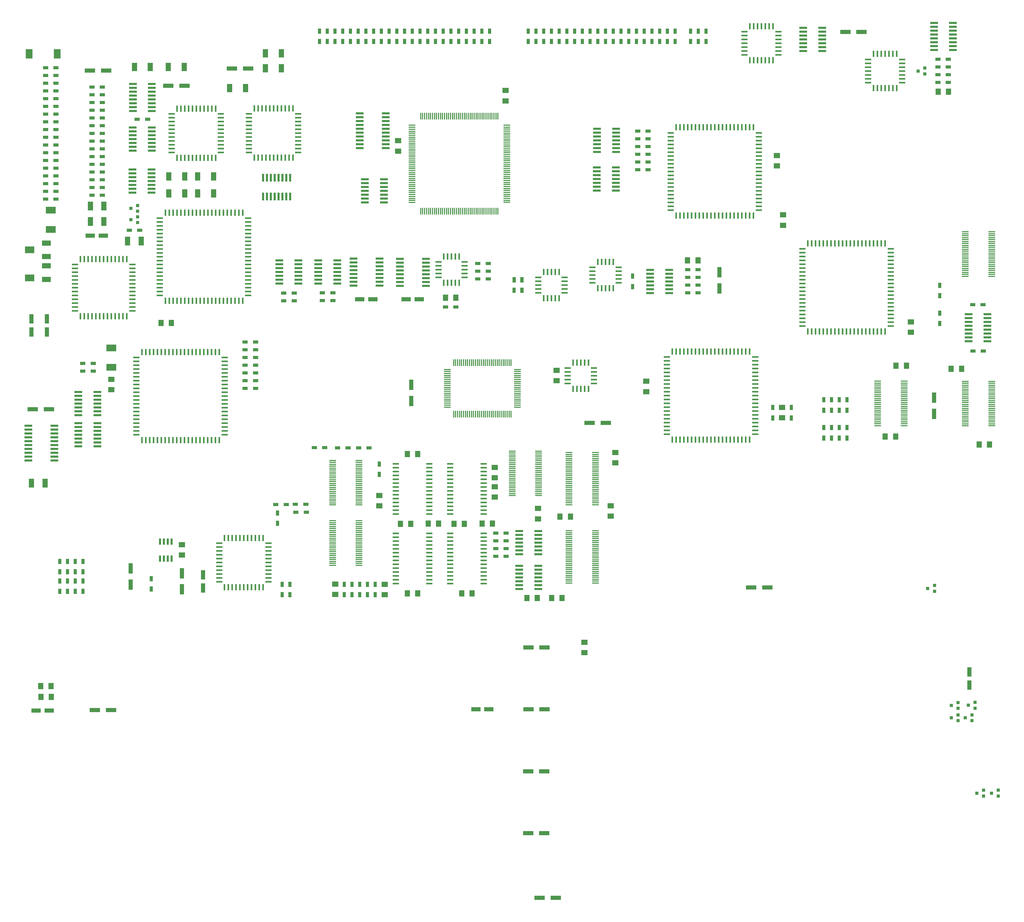
<source format=gbr>
%FSLAX34Y34*%
%MOMM*%
%LNSMDMASK_TOP*%
G71*
G01*
%ADD10R,1.100X1.700*%
%ADD11R,2.100X1.700*%
%ADD12R,1.700X2.100*%
%ADD13R,0.540X2.100*%
%ADD14R,2.100X0.540*%
%ADD15R,3.500X1.400*%
%ADD16R,1.400X3.500*%
%ADD17R,1.000X1.000*%
%ADD18R,1.700X1.100*%
%ADD19R,0.700X2.600*%
%ADD20R,2.600X0.700*%
%ADD21R,2.300X0.300*%
%ADD22R,3.100X1.400*%
%ADD23R,1.400X3.100*%
%ADD24R,0.700X2.100*%
%ADD25R,3.000X1.700*%
%ADD26R,1.700X3.000*%
%ADD27R,3.100X2.200*%
%ADD28R,2.200X3.100*%
%ADD29R,3.200X2.300*%
%ADD30R,1.700X2.700*%
%ADD31R,2.250X0.300*%
%ADD32R,0.300X2.250*%
%LPD*%
X2039938Y82550D02*
G54D10*
D03*
X2039938Y116681D02*
G54D10*
D03*
X1881981Y-1086769D02*
G54D11*
D03*
X1881982Y-1120901D02*
G54D11*
D03*
X327025Y-222375D02*
G54D11*
D03*
X327026Y-256507D02*
G54D11*
D03*
X1459707Y46038D02*
G54D12*
D03*
X1425575Y46038D02*
G54D12*
D03*
X1790700Y-227014D02*
G54D11*
D03*
X1790700Y-192881D02*
G54D11*
D03*
X2085182Y-262732D02*
G54D11*
D03*
X2085181Y-228600D02*
G54D11*
D03*
X1983582Y-496888D02*
G54D11*
D03*
X1983581Y-462756D02*
G54D11*
D03*
X1587500Y-546101D02*
G54D11*
D03*
X1587500Y-511969D02*
G54D11*
D03*
X1587500Y-609601D02*
G54D11*
D03*
X1587500Y-575469D02*
G54D11*
D03*
X1729582Y-681038D02*
G54D11*
D03*
X1729581Y-646906D02*
G54D11*
D03*
X1968500Y-672307D02*
G54D11*
D03*
X1968500Y-638175D02*
G54D11*
D03*
X1208088Y-638176D02*
G54D11*
D03*
X1208088Y-604044D02*
G54D11*
D03*
X1801812Y-673894D02*
G54D12*
D03*
X1835945Y-673893D02*
G54D12*
D03*
X1774031Y-941388D02*
G54D12*
D03*
X1808164Y-941387D02*
G54D12*
D03*
X1693069Y-941388D02*
G54D12*
D03*
X1727201Y-941387D02*
G54D12*
D03*
X1478756Y-926306D02*
G54D12*
D03*
X1512888Y-926306D02*
G54D12*
D03*
X1300162Y-926306D02*
G54D12*
D03*
X1334295Y-926306D02*
G54D12*
D03*
X1545431Y-696912D02*
G54D12*
D03*
X1579564Y-696912D02*
G54D12*
D03*
X1453356Y-697706D02*
G54D12*
D03*
X1487488Y-697706D02*
G54D12*
D03*
X1368425Y-696912D02*
G54D12*
D03*
X1402557Y-696912D02*
G54D12*
D03*
X1277144Y-697706D02*
G54D12*
D03*
X1311276Y-697706D02*
G54D12*
D03*
X1300162Y-468312D02*
G54D12*
D03*
X1334295Y-468312D02*
G54D12*
D03*
X2905919Y-177800D02*
G54D12*
D03*
X2940051Y-177800D02*
G54D12*
D03*
X3086894Y-188119D02*
G54D12*
D03*
X3121026Y-188118D02*
G54D12*
D03*
X3178969Y-436562D02*
G54D12*
D03*
X3213101Y-436562D02*
G54D12*
D03*
X2870200Y-410369D02*
G54D12*
D03*
X2904332Y-410368D02*
G54D12*
D03*
X2954338Y-33338D02*
G54D11*
D03*
X2954338Y-67470D02*
G54D11*
D03*
X2534444Y318294D02*
G54D11*
D03*
X2534444Y284162D02*
G54D11*
D03*
X2514600Y513556D02*
G54D11*
D03*
X2514600Y479424D02*
G54D11*
D03*
X3078164Y723107D02*
G54D12*
D03*
X3044031Y723106D02*
G54D12*
D03*
X1623219Y692943D02*
G54D11*
D03*
X1623219Y727075D02*
G54D11*
D03*
X1270000Y527843D02*
G54D11*
D03*
X1270000Y561975D02*
G54D11*
D03*
X2297906Y-420969D02*
G54D13*
D03*
X2310606Y-420969D02*
G54D13*
D03*
X2323306Y-420969D02*
G54D13*
D03*
X2336006Y-420969D02*
G54D13*
D03*
X2348706Y-420969D02*
G54D13*
D03*
X2361406Y-420969D02*
G54D13*
D03*
X2374106Y-420969D02*
G54D13*
D03*
X2386806Y-420969D02*
G54D13*
D03*
X2399506Y-420969D02*
G54D13*
D03*
X2412206Y-420969D02*
G54D13*
D03*
X2424906Y-420969D02*
G54D13*
D03*
X2442906Y-402969D02*
G54D14*
D03*
X2442906Y-390269D02*
G54D14*
D03*
X2442906Y-377569D02*
G54D14*
D03*
X2442906Y-364869D02*
G54D14*
D03*
X2442906Y-352169D02*
G54D14*
D03*
X2442906Y-339469D02*
G54D14*
D03*
X2442906Y-326769D02*
G54D14*
D03*
X2442906Y-314069D02*
G54D14*
D03*
X2442906Y-301369D02*
G54D14*
D03*
X2442906Y-288669D02*
G54D14*
D03*
X2442906Y-275969D02*
G54D14*
D03*
X2442906Y-263269D02*
G54D14*
D03*
X2442906Y-250569D02*
G54D14*
D03*
X2442906Y-237869D02*
G54D14*
D03*
X2442906Y-225169D02*
G54D14*
D03*
X2442906Y-212469D02*
G54D14*
D03*
X2442906Y-199769D02*
G54D14*
D03*
X2442906Y-187069D02*
G54D14*
D03*
X2442906Y-174369D02*
G54D14*
D03*
X2442906Y-161669D02*
G54D14*
D03*
X2442906Y-148969D02*
G54D14*
D03*
X2424906Y-130969D02*
G54D13*
D03*
X2412206Y-130969D02*
G54D13*
D03*
X2399506Y-130969D02*
G54D13*
D03*
X2386806Y-130969D02*
G54D13*
D03*
X2374106Y-130969D02*
G54D13*
D03*
X2361406Y-130969D02*
G54D13*
D03*
X2348706Y-130969D02*
G54D13*
D03*
X2336006Y-130969D02*
G54D13*
D03*
X2323306Y-130969D02*
G54D13*
D03*
X2310606Y-130969D02*
G54D13*
D03*
X2297906Y-130969D02*
G54D13*
D03*
X2285206Y-130969D02*
G54D13*
D03*
X2272506Y-130969D02*
G54D13*
D03*
X2259806Y-130969D02*
G54D13*
D03*
X2247106Y-130969D02*
G54D13*
D03*
X2234406Y-130969D02*
G54D13*
D03*
X2221706Y-130969D02*
G54D13*
D03*
X2209006Y-130969D02*
G54D13*
D03*
X2196306Y-130969D02*
G54D13*
D03*
X2183606Y-130969D02*
G54D13*
D03*
X2170906Y-130969D02*
G54D13*
D03*
X2152906Y-148969D02*
G54D14*
D03*
X2152906Y-161669D02*
G54D14*
D03*
X2152906Y-174369D02*
G54D14*
D03*
X2152906Y-187069D02*
G54D14*
D03*
X2152906Y-199769D02*
G54D14*
D03*
X2152906Y-212469D02*
G54D14*
D03*
X2152906Y-225169D02*
G54D14*
D03*
X2152906Y-237869D02*
G54D14*
D03*
X2152906Y-250569D02*
G54D14*
D03*
X2152906Y-263269D02*
G54D14*
D03*
X2152906Y-275969D02*
G54D14*
D03*
X2152906Y-288669D02*
G54D14*
D03*
X2152906Y-301369D02*
G54D14*
D03*
X2152906Y-314069D02*
G54D14*
D03*
X2152906Y-326769D02*
G54D14*
D03*
X2152906Y-339469D02*
G54D14*
D03*
X2152906Y-352169D02*
G54D14*
D03*
X2152906Y-364869D02*
G54D14*
D03*
X2152906Y-377569D02*
G54D14*
D03*
X2152906Y-390269D02*
G54D14*
D03*
X2152906Y-402969D02*
G54D14*
D03*
X2170906Y-420969D02*
G54D13*
D03*
X2183606Y-420969D02*
G54D13*
D03*
X2196306Y-420969D02*
G54D13*
D03*
X2209006Y-420969D02*
G54D13*
D03*
X2221706Y-420969D02*
G54D13*
D03*
X2234406Y-420969D02*
G54D13*
D03*
X2247106Y-420969D02*
G54D13*
D03*
X2259806Y-420969D02*
G54D13*
D03*
X2272506Y-420969D02*
G54D13*
D03*
X2285206Y-420969D02*
G54D13*
D03*
X2743200Y-65369D02*
G54D13*
D03*
X2755900Y-65369D02*
G54D13*
D03*
X2768600Y-65369D02*
G54D13*
D03*
X2781300Y-65369D02*
G54D13*
D03*
X2794000Y-65369D02*
G54D13*
D03*
X2806700Y-65369D02*
G54D13*
D03*
X2819400Y-65369D02*
G54D13*
D03*
X2832100Y-65369D02*
G54D13*
D03*
X2844800Y-65369D02*
G54D13*
D03*
X2857500Y-65369D02*
G54D13*
D03*
X2870200Y-65369D02*
G54D13*
D03*
X2888200Y-47369D02*
G54D14*
D03*
X2888200Y-34669D02*
G54D14*
D03*
X2888200Y-21969D02*
G54D14*
D03*
X2888200Y-9269D02*
G54D14*
D03*
X2888200Y3431D02*
G54D14*
D03*
X2888200Y16131D02*
G54D14*
D03*
X2888200Y28831D02*
G54D14*
D03*
X2888200Y41531D02*
G54D14*
D03*
X2888200Y54231D02*
G54D14*
D03*
X2888200Y66931D02*
G54D14*
D03*
X2888200Y79631D02*
G54D14*
D03*
X2888200Y92331D02*
G54D14*
D03*
X2888200Y105031D02*
G54D14*
D03*
X2888200Y117731D02*
G54D14*
D03*
X2888200Y130431D02*
G54D14*
D03*
X2888200Y143131D02*
G54D14*
D03*
X2888200Y155831D02*
G54D14*
D03*
X2888200Y168531D02*
G54D14*
D03*
X2888200Y181231D02*
G54D14*
D03*
X2888200Y193931D02*
G54D14*
D03*
X2888200Y206631D02*
G54D14*
D03*
X2870200Y224631D02*
G54D13*
D03*
X2857500Y224631D02*
G54D13*
D03*
X2844800Y224631D02*
G54D13*
D03*
X2832100Y224631D02*
G54D13*
D03*
X2819400Y224631D02*
G54D13*
D03*
X2806700Y224631D02*
G54D13*
D03*
X2794000Y224631D02*
G54D13*
D03*
X2781300Y224631D02*
G54D13*
D03*
X2768600Y224631D02*
G54D13*
D03*
X2755900Y224631D02*
G54D13*
D03*
X2743200Y224631D02*
G54D13*
D03*
X2730500Y224631D02*
G54D13*
D03*
X2717800Y224631D02*
G54D13*
D03*
X2705100Y224631D02*
G54D13*
D03*
X2692400Y224631D02*
G54D13*
D03*
X2679700Y224631D02*
G54D13*
D03*
X2667000Y224631D02*
G54D13*
D03*
X2654300Y224631D02*
G54D13*
D03*
X2641600Y224631D02*
G54D13*
D03*
X2628900Y224631D02*
G54D13*
D03*
X2616200Y224631D02*
G54D13*
D03*
X2598200Y206631D02*
G54D14*
D03*
X2598200Y193931D02*
G54D14*
D03*
X2598200Y181231D02*
G54D14*
D03*
X2598200Y168531D02*
G54D14*
D03*
X2598200Y155831D02*
G54D14*
D03*
X2598200Y143131D02*
G54D14*
D03*
X2598200Y130431D02*
G54D14*
D03*
X2598200Y117731D02*
G54D14*
D03*
X2598200Y105031D02*
G54D14*
D03*
X2598200Y92331D02*
G54D14*
D03*
X2598200Y79631D02*
G54D14*
D03*
X2598200Y66931D02*
G54D14*
D03*
X2598200Y54231D02*
G54D14*
D03*
X2598200Y41531D02*
G54D14*
D03*
X2598200Y28831D02*
G54D14*
D03*
X2598200Y16131D02*
G54D14*
D03*
X2598200Y3431D02*
G54D14*
D03*
X2598200Y-9269D02*
G54D14*
D03*
X2598200Y-21969D02*
G54D14*
D03*
X2598200Y-34669D02*
G54D14*
D03*
X2598200Y-47369D02*
G54D14*
D03*
X2616200Y-65369D02*
G54D13*
D03*
X2628900Y-65369D02*
G54D13*
D03*
X2641600Y-65369D02*
G54D13*
D03*
X2654300Y-65369D02*
G54D13*
D03*
X2667000Y-65369D02*
G54D13*
D03*
X2679700Y-65369D02*
G54D13*
D03*
X2692400Y-65369D02*
G54D13*
D03*
X2705100Y-65369D02*
G54D13*
D03*
X2717800Y-65369D02*
G54D13*
D03*
X2730500Y-65369D02*
G54D13*
D03*
X2165350Y461169D02*
G54D14*
D03*
X2165350Y448469D02*
G54D14*
D03*
X2165350Y435769D02*
G54D14*
D03*
X2165350Y423069D02*
G54D14*
D03*
X2165350Y410369D02*
G54D14*
D03*
X2165350Y397669D02*
G54D14*
D03*
X2165350Y384969D02*
G54D14*
D03*
X2165350Y372269D02*
G54D14*
D03*
X2165350Y359569D02*
G54D14*
D03*
X2165350Y346869D02*
G54D14*
D03*
X2165350Y334169D02*
G54D14*
D03*
X2183350Y316169D02*
G54D13*
D03*
X2196050Y316169D02*
G54D13*
D03*
X2208750Y316169D02*
G54D13*
D03*
X2221450Y316169D02*
G54D13*
D03*
X2234150Y316169D02*
G54D13*
D03*
X2246850Y316169D02*
G54D13*
D03*
X2259550Y316169D02*
G54D13*
D03*
X2272250Y316169D02*
G54D13*
D03*
X2284950Y316169D02*
G54D13*
D03*
X2297650Y316169D02*
G54D13*
D03*
X2310350Y316169D02*
G54D13*
D03*
X2323050Y316169D02*
G54D13*
D03*
X2335750Y316169D02*
G54D13*
D03*
X2348450Y316169D02*
G54D13*
D03*
X2361150Y316169D02*
G54D13*
D03*
X2373850Y316169D02*
G54D13*
D03*
X2386550Y316169D02*
G54D13*
D03*
X2399250Y316169D02*
G54D13*
D03*
X2411950Y316169D02*
G54D13*
D03*
X2424650Y316169D02*
G54D13*
D03*
X2437350Y316169D02*
G54D13*
D03*
X2455350Y334169D02*
G54D14*
D03*
X2455350Y346869D02*
G54D14*
D03*
X2455350Y359569D02*
G54D14*
D03*
X2455350Y372269D02*
G54D14*
D03*
X2455350Y384969D02*
G54D14*
D03*
X2455350Y397669D02*
G54D14*
D03*
X2455350Y410369D02*
G54D14*
D03*
X2455350Y423069D02*
G54D14*
D03*
X2455350Y435769D02*
G54D14*
D03*
X2455350Y448469D02*
G54D14*
D03*
X2455350Y461169D02*
G54D14*
D03*
X2455350Y473869D02*
G54D14*
D03*
X2455350Y486569D02*
G54D14*
D03*
X2455350Y499269D02*
G54D14*
D03*
X2455350Y511969D02*
G54D14*
D03*
X2455350Y524669D02*
G54D14*
D03*
X2455350Y537369D02*
G54D14*
D03*
X2455350Y550069D02*
G54D14*
D03*
X2455350Y562769D02*
G54D14*
D03*
X2455350Y575469D02*
G54D14*
D03*
X2455350Y588169D02*
G54D14*
D03*
X2437350Y606169D02*
G54D13*
D03*
X2424650Y606169D02*
G54D13*
D03*
X2411950Y606169D02*
G54D13*
D03*
X2399250Y606169D02*
G54D13*
D03*
X2386550Y606169D02*
G54D13*
D03*
X2373850Y606169D02*
G54D13*
D03*
X2361150Y606169D02*
G54D13*
D03*
X2348450Y606169D02*
G54D13*
D03*
X2335750Y606169D02*
G54D13*
D03*
X2323050Y606169D02*
G54D13*
D03*
X2310350Y606169D02*
G54D13*
D03*
X2297650Y606169D02*
G54D13*
D03*
X2284950Y606169D02*
G54D13*
D03*
X2272250Y606169D02*
G54D13*
D03*
X2259550Y606169D02*
G54D13*
D03*
X2246850Y606169D02*
G54D13*
D03*
X2234150Y606169D02*
G54D13*
D03*
X2221450Y606169D02*
G54D13*
D03*
X2208750Y606169D02*
G54D13*
D03*
X2196050Y606169D02*
G54D13*
D03*
X2183350Y606169D02*
G54D13*
D03*
X2165350Y588169D02*
G54D14*
D03*
X2165350Y575469D02*
G54D14*
D03*
X2165350Y562769D02*
G54D14*
D03*
X2165350Y550069D02*
G54D14*
D03*
X2165350Y537369D02*
G54D14*
D03*
X2165350Y524669D02*
G54D14*
D03*
X2165350Y511969D02*
G54D14*
D03*
X2165350Y499269D02*
G54D14*
D03*
X2165350Y486569D02*
G54D14*
D03*
X2165350Y473869D02*
G54D14*
D03*
X631825Y325438D02*
G54D13*
D03*
X619125Y325438D02*
G54D13*
D03*
X606425Y325438D02*
G54D13*
D03*
X593725Y325438D02*
G54D13*
D03*
X581025Y325438D02*
G54D13*
D03*
X568325Y325438D02*
G54D13*
D03*
X555625Y325438D02*
G54D13*
D03*
X542925Y325438D02*
G54D13*
D03*
X530225Y325438D02*
G54D13*
D03*
X517525Y325438D02*
G54D13*
D03*
X504825Y325438D02*
G54D13*
D03*
X486825Y307438D02*
G54D14*
D03*
X486825Y294738D02*
G54D14*
D03*
X486825Y282038D02*
G54D14*
D03*
X486825Y269338D02*
G54D14*
D03*
X486825Y256638D02*
G54D14*
D03*
X486825Y243938D02*
G54D14*
D03*
X486825Y231238D02*
G54D14*
D03*
X486825Y218538D02*
G54D14*
D03*
X486825Y205838D02*
G54D14*
D03*
X486825Y193138D02*
G54D14*
D03*
X486825Y180438D02*
G54D14*
D03*
X486825Y167738D02*
G54D14*
D03*
X486825Y155038D02*
G54D14*
D03*
X486825Y142338D02*
G54D14*
D03*
X486825Y129638D02*
G54D14*
D03*
X486825Y116938D02*
G54D14*
D03*
X486825Y104238D02*
G54D14*
D03*
X486825Y91538D02*
G54D14*
D03*
X486825Y78838D02*
G54D14*
D03*
X486825Y66138D02*
G54D14*
D03*
X486825Y53438D02*
G54D14*
D03*
X504825Y35438D02*
G54D13*
D03*
X517525Y35438D02*
G54D13*
D03*
X530225Y35438D02*
G54D13*
D03*
X542925Y35438D02*
G54D13*
D03*
X555625Y35438D02*
G54D13*
D03*
X568325Y35438D02*
G54D13*
D03*
X581025Y35438D02*
G54D13*
D03*
X593725Y35438D02*
G54D13*
D03*
X606425Y35438D02*
G54D13*
D03*
X619125Y35438D02*
G54D13*
D03*
X631825Y35438D02*
G54D13*
D03*
X644525Y35438D02*
G54D13*
D03*
X657225Y35438D02*
G54D13*
D03*
X669925Y35438D02*
G54D13*
D03*
X682625Y35438D02*
G54D13*
D03*
X695325Y35438D02*
G54D13*
D03*
X708025Y35438D02*
G54D13*
D03*
X720725Y35438D02*
G54D13*
D03*
X733425Y35438D02*
G54D13*
D03*
X746125Y35438D02*
G54D13*
D03*
X758825Y35438D02*
G54D13*
D03*
X776825Y53438D02*
G54D14*
D03*
X776825Y66138D02*
G54D14*
D03*
X776825Y78838D02*
G54D14*
D03*
X776825Y91538D02*
G54D14*
D03*
X776825Y104238D02*
G54D14*
D03*
X776825Y116938D02*
G54D14*
D03*
X776825Y129638D02*
G54D14*
D03*
X776825Y142338D02*
G54D14*
D03*
X776825Y155038D02*
G54D14*
D03*
X776825Y167738D02*
G54D14*
D03*
X776825Y180438D02*
G54D14*
D03*
X776825Y193138D02*
G54D14*
D03*
X776825Y205838D02*
G54D14*
D03*
X776825Y218538D02*
G54D14*
D03*
X776825Y231238D02*
G54D14*
D03*
X776825Y243938D02*
G54D14*
D03*
X776825Y256638D02*
G54D14*
D03*
X776825Y269338D02*
G54D14*
D03*
X776825Y282038D02*
G54D14*
D03*
X776825Y294738D02*
G54D14*
D03*
X776825Y307438D02*
G54D14*
D03*
X758825Y325438D02*
G54D13*
D03*
X746125Y325438D02*
G54D13*
D03*
X733425Y325438D02*
G54D13*
D03*
X720725Y325438D02*
G54D13*
D03*
X708025Y325438D02*
G54D13*
D03*
X695325Y325438D02*
G54D13*
D03*
X682625Y325438D02*
G54D13*
D03*
X669925Y325438D02*
G54D13*
D03*
X657225Y325438D02*
G54D13*
D03*
X644525Y325438D02*
G54D13*
D03*
X554831Y-422556D02*
G54D13*
D03*
X567531Y-422556D02*
G54D13*
D03*
X580231Y-422556D02*
G54D13*
D03*
X592931Y-422556D02*
G54D13*
D03*
X605631Y-422556D02*
G54D13*
D03*
X618331Y-422556D02*
G54D13*
D03*
X631031Y-422556D02*
G54D13*
D03*
X643731Y-422556D02*
G54D13*
D03*
X656431Y-422556D02*
G54D13*
D03*
X669131Y-422556D02*
G54D13*
D03*
X681831Y-422556D02*
G54D13*
D03*
X699831Y-404556D02*
G54D14*
D03*
X699831Y-391856D02*
G54D14*
D03*
X699831Y-379156D02*
G54D14*
D03*
X699831Y-366456D02*
G54D14*
D03*
X699831Y-353756D02*
G54D14*
D03*
X699831Y-341056D02*
G54D14*
D03*
X699831Y-328356D02*
G54D14*
D03*
X699831Y-315656D02*
G54D14*
D03*
X699831Y-302956D02*
G54D14*
D03*
X699831Y-290256D02*
G54D14*
D03*
X699831Y-277556D02*
G54D14*
D03*
X699831Y-264856D02*
G54D14*
D03*
X699831Y-252156D02*
G54D14*
D03*
X699831Y-239456D02*
G54D14*
D03*
X699831Y-226756D02*
G54D14*
D03*
X699831Y-214056D02*
G54D14*
D03*
X699831Y-201356D02*
G54D14*
D03*
X699831Y-188656D02*
G54D14*
D03*
X699831Y-175956D02*
G54D14*
D03*
X699831Y-163256D02*
G54D14*
D03*
X699831Y-150556D02*
G54D14*
D03*
X681831Y-132556D02*
G54D13*
D03*
X669131Y-132556D02*
G54D13*
D03*
X656431Y-132556D02*
G54D13*
D03*
X643731Y-132556D02*
G54D13*
D03*
X631031Y-132556D02*
G54D13*
D03*
X618331Y-132556D02*
G54D13*
D03*
X605631Y-132556D02*
G54D13*
D03*
X592931Y-132556D02*
G54D13*
D03*
X580231Y-132556D02*
G54D13*
D03*
X567531Y-132556D02*
G54D13*
D03*
X554831Y-132556D02*
G54D13*
D03*
X542131Y-132556D02*
G54D13*
D03*
X529431Y-132556D02*
G54D13*
D03*
X516731Y-132556D02*
G54D13*
D03*
X504031Y-132556D02*
G54D13*
D03*
X491331Y-132556D02*
G54D13*
D03*
X478631Y-132556D02*
G54D13*
D03*
X465931Y-132556D02*
G54D13*
D03*
X453231Y-132556D02*
G54D13*
D03*
X440531Y-132556D02*
G54D13*
D03*
X427831Y-132556D02*
G54D13*
D03*
X409831Y-150556D02*
G54D14*
D03*
X409831Y-163256D02*
G54D14*
D03*
X409831Y-175956D02*
G54D14*
D03*
X409831Y-188656D02*
G54D14*
D03*
X409831Y-201356D02*
G54D14*
D03*
X409831Y-214056D02*
G54D14*
D03*
X409831Y-226756D02*
G54D14*
D03*
X409831Y-239456D02*
G54D14*
D03*
X409831Y-252156D02*
G54D14*
D03*
X409831Y-264856D02*
G54D14*
D03*
X409831Y-277556D02*
G54D14*
D03*
X409831Y-290256D02*
G54D14*
D03*
X409831Y-302956D02*
G54D14*
D03*
X409831Y-315656D02*
G54D14*
D03*
X409831Y-328356D02*
G54D14*
D03*
X409831Y-341056D02*
G54D14*
D03*
X409831Y-353756D02*
G54D14*
D03*
X409831Y-366456D02*
G54D14*
D03*
X409831Y-379156D02*
G54D14*
D03*
X409831Y-391856D02*
G54D14*
D03*
X409831Y-404556D02*
G54D14*
D03*
X427831Y-422556D02*
G54D13*
D03*
X440531Y-422556D02*
G54D13*
D03*
X453231Y-422556D02*
G54D13*
D03*
X465931Y-422556D02*
G54D13*
D03*
X478631Y-422556D02*
G54D13*
D03*
X491331Y-422556D02*
G54D13*
D03*
X504031Y-422556D02*
G54D13*
D03*
X516731Y-422556D02*
G54D13*
D03*
X529431Y-422556D02*
G54D13*
D03*
X542131Y-422556D02*
G54D13*
D03*
X302419Y173038D02*
G54D13*
D03*
X289719Y173038D02*
G54D13*
D03*
X277019Y173038D02*
G54D13*
D03*
X264319Y173038D02*
G54D13*
D03*
X251619Y173038D02*
G54D13*
D03*
X238919Y173038D02*
G54D13*
D03*
X226219Y173038D02*
G54D13*
D03*
X208419Y155238D02*
G54D14*
D03*
X208419Y142538D02*
G54D14*
D03*
X208419Y129838D02*
G54D14*
D03*
X208419Y117138D02*
G54D14*
D03*
X208419Y104438D02*
G54D14*
D03*
X208419Y91738D02*
G54D14*
D03*
X208419Y79038D02*
G54D14*
D03*
X208419Y66338D02*
G54D14*
D03*
X208419Y53638D02*
G54D14*
D03*
X208419Y40938D02*
G54D14*
D03*
X208419Y28238D02*
G54D14*
D03*
X208419Y15538D02*
G54D14*
D03*
X208419Y2838D02*
G54D14*
D03*
X226219Y-14962D02*
G54D13*
D03*
X238919Y-14962D02*
G54D13*
D03*
X251619Y-14962D02*
G54D13*
D03*
X264319Y-14962D02*
G54D13*
D03*
X277019Y-14962D02*
G54D13*
D03*
X289719Y-14962D02*
G54D13*
D03*
X302419Y-14962D02*
G54D13*
D03*
X315119Y-14962D02*
G54D13*
D03*
X327819Y-14962D02*
G54D13*
D03*
X340519Y-14962D02*
G54D13*
D03*
X353219Y-14962D02*
G54D13*
D03*
X365919Y-14962D02*
G54D13*
D03*
X378619Y-14962D02*
G54D13*
D03*
X396419Y2838D02*
G54D14*
D03*
X396419Y15538D02*
G54D14*
D03*
X396419Y28238D02*
G54D14*
D03*
X396419Y40938D02*
G54D14*
D03*
X396419Y53638D02*
G54D14*
D03*
X396419Y66338D02*
G54D14*
D03*
X396419Y79038D02*
G54D14*
D03*
X396419Y91738D02*
G54D14*
D03*
X396419Y104438D02*
G54D14*
D03*
X396419Y117138D02*
G54D14*
D03*
X396419Y129838D02*
G54D14*
D03*
X396419Y142538D02*
G54D14*
D03*
X396419Y155238D02*
G54D14*
D03*
X378619Y173038D02*
G54D13*
D03*
X365919Y173038D02*
G54D13*
D03*
X353219Y173038D02*
G54D13*
D03*
X340519Y173038D02*
G54D13*
D03*
X327819Y173038D02*
G54D13*
D03*
X315119Y173038D02*
G54D13*
D03*
X525462Y586581D02*
G54D14*
D03*
X525462Y573881D02*
G54D14*
D03*
X525462Y561181D02*
G54D14*
D03*
X525462Y548481D02*
G54D14*
D03*
X525462Y535781D02*
G54D14*
D03*
X525462Y523081D02*
G54D14*
D03*
X542962Y505581D02*
G54D13*
D03*
X555662Y505581D02*
G54D13*
D03*
X568362Y505581D02*
G54D13*
D03*
X581062Y505581D02*
G54D13*
D03*
X593762Y505581D02*
G54D13*
D03*
X606462Y505581D02*
G54D13*
D03*
X619162Y505581D02*
G54D13*
D03*
X631862Y505581D02*
G54D13*
D03*
X644562Y505581D02*
G54D13*
D03*
X657262Y505581D02*
G54D13*
D03*
X669962Y505581D02*
G54D13*
D03*
X687462Y523081D02*
G54D14*
D03*
X687462Y535781D02*
G54D14*
D03*
X687462Y548481D02*
G54D14*
D03*
X687462Y561181D02*
G54D14*
D03*
X687462Y573881D02*
G54D14*
D03*
X687462Y586581D02*
G54D14*
D03*
X687462Y599281D02*
G54D14*
D03*
X687462Y611981D02*
G54D14*
D03*
X687462Y624681D02*
G54D14*
D03*
X687462Y637381D02*
G54D14*
D03*
X687462Y650081D02*
G54D14*
D03*
X669962Y667581D02*
G54D13*
D03*
X657262Y667581D02*
G54D13*
D03*
X644562Y667581D02*
G54D13*
D03*
X631862Y667581D02*
G54D13*
D03*
X619162Y667581D02*
G54D13*
D03*
X606462Y667581D02*
G54D13*
D03*
X593762Y667581D02*
G54D13*
D03*
X581062Y667581D02*
G54D13*
D03*
X568362Y667581D02*
G54D13*
D03*
X555662Y667581D02*
G54D13*
D03*
X542962Y667581D02*
G54D13*
D03*
X525462Y650081D02*
G54D14*
D03*
X525462Y637381D02*
G54D14*
D03*
X525462Y624681D02*
G54D14*
D03*
X525462Y611981D02*
G54D14*
D03*
X525462Y599281D02*
G54D14*
D03*
X860425Y668338D02*
G54D13*
D03*
X847725Y668338D02*
G54D13*
D03*
X835025Y668338D02*
G54D13*
D03*
X822325Y668338D02*
G54D13*
D03*
X809625Y668338D02*
G54D13*
D03*
X796925Y668338D02*
G54D13*
D03*
X779425Y650838D02*
G54D14*
D03*
X779425Y638138D02*
G54D14*
D03*
X779425Y625438D02*
G54D14*
D03*
X779425Y612738D02*
G54D14*
D03*
X779425Y600038D02*
G54D14*
D03*
X779425Y587338D02*
G54D14*
D03*
X779425Y574638D02*
G54D14*
D03*
X779425Y561938D02*
G54D14*
D03*
X779425Y549238D02*
G54D14*
D03*
X779425Y536538D02*
G54D14*
D03*
X779425Y523838D02*
G54D14*
D03*
X796925Y506338D02*
G54D13*
D03*
X809625Y506338D02*
G54D13*
D03*
X822325Y506338D02*
G54D13*
D03*
X835025Y506338D02*
G54D13*
D03*
X847725Y506338D02*
G54D13*
D03*
X860425Y506338D02*
G54D13*
D03*
X873125Y506338D02*
G54D13*
D03*
X885825Y506338D02*
G54D13*
D03*
X898525Y506338D02*
G54D13*
D03*
X911225Y506338D02*
G54D13*
D03*
X923925Y506338D02*
G54D13*
D03*
X941425Y523838D02*
G54D14*
D03*
X941425Y536538D02*
G54D14*
D03*
X941425Y549238D02*
G54D14*
D03*
X941425Y561938D02*
G54D14*
D03*
X941425Y574638D02*
G54D14*
D03*
X941425Y587338D02*
G54D14*
D03*
X941425Y600038D02*
G54D14*
D03*
X941425Y612738D02*
G54D14*
D03*
X941425Y625438D02*
G54D14*
D03*
X941425Y638138D02*
G54D14*
D03*
X941425Y650838D02*
G54D14*
D03*
X923925Y668338D02*
G54D13*
D03*
X911225Y668338D02*
G54D13*
D03*
X898525Y668338D02*
G54D13*
D03*
X885825Y668338D02*
G54D13*
D03*
X873125Y668338D02*
G54D13*
D03*
X1908175Y120650D02*
G54D14*
D03*
X1908175Y107950D02*
G54D14*
D03*
X1908175Y95250D02*
G54D14*
D03*
X1925775Y77650D02*
G54D13*
D03*
X1938475Y77650D02*
G54D13*
D03*
X1951175Y77650D02*
G54D13*
D03*
X1963875Y77650D02*
G54D13*
D03*
X1976575Y77650D02*
G54D13*
D03*
X1994175Y95250D02*
G54D14*
D03*
X1994175Y107950D02*
G54D14*
D03*
X1994175Y120650D02*
G54D14*
D03*
X1994175Y133350D02*
G54D14*
D03*
X1994175Y146050D02*
G54D14*
D03*
X1976575Y163650D02*
G54D13*
D03*
X1963875Y163650D02*
G54D13*
D03*
X1951175Y163650D02*
G54D13*
D03*
X1938475Y163650D02*
G54D13*
D03*
X1925775Y163650D02*
G54D13*
D03*
X1908175Y146050D02*
G54D14*
D03*
X1908175Y133350D02*
G54D14*
D03*
X1730375Y87312D02*
G54D14*
D03*
X1730375Y74612D02*
G54D14*
D03*
X1730375Y61912D02*
G54D14*
D03*
X1747975Y44312D02*
G54D13*
D03*
X1760675Y44312D02*
G54D13*
D03*
X1773375Y44312D02*
G54D13*
D03*
X1786075Y44312D02*
G54D13*
D03*
X1798775Y44312D02*
G54D13*
D03*
X1816375Y61912D02*
G54D14*
D03*
X1816375Y74612D02*
G54D14*
D03*
X1816375Y87312D02*
G54D14*
D03*
X1816375Y100012D02*
G54D14*
D03*
X1816375Y112712D02*
G54D14*
D03*
X1798775Y130312D02*
G54D13*
D03*
X1786075Y130312D02*
G54D13*
D03*
X1773375Y130312D02*
G54D13*
D03*
X1760675Y130312D02*
G54D13*
D03*
X1747975Y130312D02*
G54D13*
D03*
X1730375Y112712D02*
G54D14*
D03*
X1730375Y100012D02*
G54D14*
D03*
X843794Y-824744D02*
G54D14*
D03*
X843794Y-812044D02*
G54D14*
D03*
X843794Y-799344D02*
G54D14*
D03*
X843794Y-786644D02*
G54D14*
D03*
X843794Y-773944D02*
G54D14*
D03*
X843794Y-761244D02*
G54D14*
D03*
X826294Y-743744D02*
G54D13*
D03*
X813594Y-743744D02*
G54D13*
D03*
X800894Y-743744D02*
G54D13*
D03*
X788194Y-743744D02*
G54D13*
D03*
X775494Y-743744D02*
G54D13*
D03*
X762794Y-743744D02*
G54D13*
D03*
X750094Y-743744D02*
G54D13*
D03*
X737394Y-743744D02*
G54D13*
D03*
X724694Y-743744D02*
G54D13*
D03*
X711994Y-743744D02*
G54D13*
D03*
X699294Y-743744D02*
G54D13*
D03*
X681794Y-761244D02*
G54D14*
D03*
X681794Y-773944D02*
G54D14*
D03*
X681794Y-786644D02*
G54D14*
D03*
X681794Y-799344D02*
G54D14*
D03*
X681794Y-812044D02*
G54D14*
D03*
X681794Y-824744D02*
G54D14*
D03*
X681794Y-837444D02*
G54D14*
D03*
X681794Y-850144D02*
G54D14*
D03*
X681794Y-862844D02*
G54D14*
D03*
X681794Y-875544D02*
G54D14*
D03*
X681794Y-888244D02*
G54D14*
D03*
X699294Y-905744D02*
G54D13*
D03*
X711994Y-905744D02*
G54D13*
D03*
X724694Y-905744D02*
G54D13*
D03*
X737394Y-905744D02*
G54D13*
D03*
X750094Y-905744D02*
G54D13*
D03*
X762794Y-905744D02*
G54D13*
D03*
X775494Y-905744D02*
G54D13*
D03*
X788194Y-905744D02*
G54D13*
D03*
X800894Y-905744D02*
G54D13*
D03*
X813594Y-905744D02*
G54D13*
D03*
X826294Y-905744D02*
G54D13*
D03*
X843794Y-888244D02*
G54D14*
D03*
X843794Y-875544D02*
G54D14*
D03*
X843794Y-862844D02*
G54D14*
D03*
X843794Y-850144D02*
G54D14*
D03*
X843794Y-837444D02*
G54D14*
D03*
X1751013Y-1104107D02*
G54D15*
D03*
X1697832Y-1104107D02*
G54D15*
D03*
X1751012Y-1307306D02*
G54D15*
D03*
X1697831Y-1307306D02*
G54D15*
D03*
X1750219Y-1511301D02*
G54D15*
D03*
X1697038Y-1511301D02*
G54D15*
D03*
X1750219Y-1714500D02*
G54D15*
D03*
X1697038Y-1714500D02*
G54D15*
D03*
X1787525Y-1927225D02*
G54D15*
D03*
X1734344Y-1927225D02*
G54D15*
D03*
X2482850Y-906463D02*
G54D15*
D03*
X2429669Y-906463D02*
G54D15*
D03*
X326232Y-1309688D02*
G54D15*
D03*
X273050Y-1309688D02*
G54D15*
D03*
X122238Y-320676D02*
G54D15*
D03*
X69057Y-320676D02*
G54D15*
D03*
X310357Y792956D02*
G54D15*
D03*
X257176Y792956D02*
G54D15*
D03*
X777082Y799306D02*
G54D15*
D03*
X723900Y799306D02*
G54D15*
D03*
X567532Y742949D02*
G54D15*
D03*
X514350Y742949D02*
G54D15*
D03*
X1951832Y-365920D02*
G54D15*
D03*
X1898650Y-365920D02*
G54D15*
D03*
X1870075Y-253481D02*
G54D13*
D03*
X1882775Y-253481D02*
G54D13*
D03*
X1895475Y-253481D02*
G54D13*
D03*
X1913075Y-235881D02*
G54D14*
D03*
X1913075Y-223181D02*
G54D14*
D03*
X1913075Y-210481D02*
G54D14*
D03*
X1913075Y-197781D02*
G54D14*
D03*
X1913075Y-185081D02*
G54D14*
D03*
X1895475Y-167481D02*
G54D13*
D03*
X1882775Y-167481D02*
G54D13*
D03*
X1870075Y-167481D02*
G54D13*
D03*
X1857375Y-167481D02*
G54D13*
D03*
X1844675Y-167481D02*
G54D13*
D03*
X1827075Y-185081D02*
G54D14*
D03*
X1827075Y-197781D02*
G54D14*
D03*
X1827075Y-210481D02*
G54D14*
D03*
X1827075Y-223181D02*
G54D14*
D03*
X1827075Y-235881D02*
G54D14*
D03*
X1844675Y-253481D02*
G54D13*
D03*
X1857375Y-253481D02*
G54D13*
D03*
X2407444Y882650D02*
G54D14*
D03*
X2407444Y869950D02*
G54D14*
D03*
X2407444Y857250D02*
G54D14*
D03*
X2407444Y844550D02*
G54D14*
D03*
X2425344Y826650D02*
G54D13*
D03*
X2438044Y826650D02*
G54D13*
D03*
X2450744Y826650D02*
G54D13*
D03*
X2463444Y826650D02*
G54D13*
D03*
X2476144Y826650D02*
G54D13*
D03*
X2488844Y826650D02*
G54D13*
D03*
X2501544Y826650D02*
G54D13*
D03*
X2519444Y844550D02*
G54D14*
D03*
X2519444Y857250D02*
G54D14*
D03*
X2519444Y869950D02*
G54D14*
D03*
X2519444Y882650D02*
G54D14*
D03*
X2519444Y895350D02*
G54D14*
D03*
X2519444Y908050D02*
G54D14*
D03*
X2519444Y920750D02*
G54D14*
D03*
X2501544Y938650D02*
G54D13*
D03*
X2488844Y938650D02*
G54D13*
D03*
X2476144Y938650D02*
G54D13*
D03*
X2463444Y938650D02*
G54D13*
D03*
X2450744Y938650D02*
G54D13*
D03*
X2438044Y938650D02*
G54D13*
D03*
X2425344Y938650D02*
G54D13*
D03*
X2407444Y920750D02*
G54D14*
D03*
X2407444Y908050D02*
G54D14*
D03*
X2407444Y895350D02*
G54D14*
D03*
X2813844Y791369D02*
G54D14*
D03*
X2813844Y778669D02*
G54D14*
D03*
X2813844Y765969D02*
G54D14*
D03*
X2813844Y753269D02*
G54D14*
D03*
X2831744Y735369D02*
G54D13*
D03*
X2844444Y735369D02*
G54D13*
D03*
X2857144Y735369D02*
G54D13*
D03*
X2869844Y735369D02*
G54D13*
D03*
X2882544Y735369D02*
G54D13*
D03*
X2895244Y735369D02*
G54D13*
D03*
X2907944Y735369D02*
G54D13*
D03*
X2925844Y753269D02*
G54D14*
D03*
X2925844Y765969D02*
G54D14*
D03*
X2925844Y778669D02*
G54D14*
D03*
X2925844Y791369D02*
G54D14*
D03*
X2925844Y804069D02*
G54D14*
D03*
X2925844Y816769D02*
G54D14*
D03*
X2925844Y829469D02*
G54D14*
D03*
X2907944Y847369D02*
G54D13*
D03*
X2895244Y847369D02*
G54D13*
D03*
X2882544Y847369D02*
G54D13*
D03*
X2869844Y847369D02*
G54D13*
D03*
X2857144Y847369D02*
G54D13*
D03*
X2844444Y847369D02*
G54D13*
D03*
X2831744Y847369D02*
G54D13*
D03*
X2813844Y829469D02*
G54D14*
D03*
X2813844Y816769D02*
G54D14*
D03*
X2813844Y804069D02*
G54D14*
D03*
X2792413Y919956D02*
G54D15*
D03*
X2739232Y919956D02*
G54D15*
D03*
X390525Y-896938D02*
G54D16*
D03*
X390525Y-843756D02*
G54D16*
D03*
X559594Y-912812D02*
G54D16*
D03*
X559594Y-859631D02*
G54D16*
D03*
X1312862Y-293688D02*
G54D16*
D03*
X1312862Y-240506D02*
G54D16*
D03*
X3109912Y-1285081D02*
G54D17*
D03*
X3109912Y-1304081D02*
G54D17*
D03*
X3087712Y-1294581D02*
G54D17*
D03*
X3165475Y-1284288D02*
G54D17*
D03*
X3165475Y-1303288D02*
G54D17*
D03*
X3143275Y-1293788D02*
G54D17*
D03*
X3109912Y-1325562D02*
G54D17*
D03*
X3109912Y-1344562D02*
G54D17*
D03*
X3087712Y-1335062D02*
G54D17*
D03*
X3155156Y-1325562D02*
G54D17*
D03*
X3155156Y-1344562D02*
G54D17*
D03*
X3132956Y-1335062D02*
G54D17*
D03*
X3241675Y-1573212D02*
G54D17*
D03*
X3241675Y-1592212D02*
G54D17*
D03*
X3219475Y-1582712D02*
G54D17*
D03*
X3193256Y-1573212D02*
G54D17*
D03*
X3193256Y-1592212D02*
G54D17*
D03*
X3171056Y-1582712D02*
G54D17*
D03*
X3032125Y-900112D02*
G54D17*
D03*
X3032125Y-919112D02*
G54D17*
D03*
X3009925Y-909612D02*
G54D17*
D03*
X413544Y349250D02*
G54D17*
D03*
X413544Y330250D02*
G54D17*
D03*
X391344Y339750D02*
G54D17*
D03*
X413544Y311944D02*
G54D17*
D03*
X413544Y292944D02*
G54D17*
D03*
X391344Y302444D02*
G54D17*
D03*
X1445419Y94975D02*
G54D13*
D03*
X1458119Y94975D02*
G54D13*
D03*
X1470819Y94975D02*
G54D13*
D03*
X1488419Y112575D02*
G54D14*
D03*
X1488419Y125275D02*
G54D14*
D03*
X1488419Y137975D02*
G54D14*
D03*
X1488419Y150675D02*
G54D14*
D03*
X1488419Y163375D02*
G54D14*
D03*
X1470819Y180975D02*
G54D13*
D03*
X1458119Y180975D02*
G54D13*
D03*
X1445419Y180975D02*
G54D13*
D03*
X1432719Y180975D02*
G54D13*
D03*
X1420019Y180975D02*
G54D13*
D03*
X1402419Y163375D02*
G54D14*
D03*
X1402419Y150675D02*
G54D14*
D03*
X1402419Y137975D02*
G54D14*
D03*
X1402419Y125275D02*
G54D14*
D03*
X1402419Y112575D02*
G54D14*
D03*
X1420019Y94975D02*
G54D13*
D03*
X1432719Y94975D02*
G54D13*
D03*
X3000375Y800894D02*
G54D17*
D03*
X3000375Y781894D02*
G54D17*
D03*
X2978175Y791394D02*
G54D17*
D03*
X2325688Y76200D02*
G54D16*
D03*
X2325688Y129381D02*
G54D16*
D03*
X1011238Y922338D02*
G54D10*
D03*
X1011238Y888206D02*
G54D10*
D03*
X1036638Y922338D02*
G54D10*
D03*
X1036638Y888206D02*
G54D10*
D03*
X1062038Y922338D02*
G54D10*
D03*
X1062038Y888206D02*
G54D10*
D03*
X1087438Y922338D02*
G54D10*
D03*
X1087438Y888206D02*
G54D10*
D03*
X1112838Y922338D02*
G54D10*
D03*
X1112838Y888206D02*
G54D10*
D03*
X1138238Y888206D02*
G54D10*
D03*
X1138238Y922338D02*
G54D10*
D03*
X1163638Y888206D02*
G54D10*
D03*
X1163638Y922338D02*
G54D10*
D03*
X1189038Y888206D02*
G54D10*
D03*
X1189038Y922338D02*
G54D10*
D03*
X1214438Y888206D02*
G54D10*
D03*
X1214438Y922338D02*
G54D10*
D03*
X1239838Y888206D02*
G54D10*
D03*
X1239838Y922338D02*
G54D10*
D03*
X1265238Y888206D02*
G54D10*
D03*
X1265238Y922338D02*
G54D10*
D03*
X1290638Y888206D02*
G54D10*
D03*
X1290638Y922338D02*
G54D10*
D03*
X1316038Y888206D02*
G54D10*
D03*
X1316038Y922338D02*
G54D10*
D03*
X1341438Y888206D02*
G54D10*
D03*
X1341438Y922338D02*
G54D10*
D03*
X1366838Y888206D02*
G54D10*
D03*
X1366838Y922338D02*
G54D10*
D03*
X1392238Y888206D02*
G54D10*
D03*
X1392238Y922338D02*
G54D10*
D03*
X1417638Y888206D02*
G54D10*
D03*
X1417638Y922338D02*
G54D10*
D03*
X1443038Y888206D02*
G54D10*
D03*
X1443038Y922338D02*
G54D10*
D03*
X1468438Y888206D02*
G54D10*
D03*
X1468438Y922338D02*
G54D10*
D03*
X1493838Y888206D02*
G54D10*
D03*
X1493838Y922338D02*
G54D10*
D03*
X1519238Y888206D02*
G54D10*
D03*
X1519238Y922338D02*
G54D10*
D03*
X1544638Y888206D02*
G54D10*
D03*
X1544638Y922338D02*
G54D10*
D03*
X1570038Y888206D02*
G54D10*
D03*
X1570038Y922338D02*
G54D10*
D03*
X1697038Y922338D02*
G54D10*
D03*
X1697038Y888206D02*
G54D10*
D03*
X1722438Y922338D02*
G54D10*
D03*
X1722438Y888206D02*
G54D10*
D03*
X1747838Y922338D02*
G54D10*
D03*
X1747838Y888206D02*
G54D10*
D03*
X1773238Y922338D02*
G54D10*
D03*
X1773238Y888206D02*
G54D10*
D03*
X1798638Y922338D02*
G54D10*
D03*
X1798638Y888206D02*
G54D10*
D03*
X1824038Y888206D02*
G54D10*
D03*
X1824038Y922338D02*
G54D10*
D03*
X1849438Y888206D02*
G54D10*
D03*
X1849438Y922338D02*
G54D10*
D03*
X1874838Y888206D02*
G54D10*
D03*
X1874838Y922338D02*
G54D10*
D03*
X1900238Y888206D02*
G54D10*
D03*
X1900238Y922338D02*
G54D10*
D03*
X1925638Y888206D02*
G54D10*
D03*
X1925638Y922338D02*
G54D10*
D03*
X1951038Y888206D02*
G54D10*
D03*
X1951038Y922338D02*
G54D10*
D03*
X1976438Y888206D02*
G54D10*
D03*
X1976438Y922338D02*
G54D10*
D03*
X2001838Y888206D02*
G54D10*
D03*
X2001838Y922338D02*
G54D10*
D03*
X2027238Y888206D02*
G54D10*
D03*
X2027238Y922338D02*
G54D10*
D03*
X2052638Y888206D02*
G54D10*
D03*
X2052638Y922338D02*
G54D10*
D03*
X2078038Y888206D02*
G54D10*
D03*
X2078038Y922338D02*
G54D10*
D03*
X2103438Y888206D02*
G54D10*
D03*
X2103438Y922338D02*
G54D10*
D03*
X2128838Y888206D02*
G54D10*
D03*
X2128838Y922338D02*
G54D10*
D03*
X2154238Y888206D02*
G54D10*
D03*
X2154238Y922338D02*
G54D10*
D03*
X2179638Y888206D02*
G54D10*
D03*
X2179638Y922338D02*
G54D10*
D03*
X2281238Y888206D02*
G54D10*
D03*
X2281238Y922338D02*
G54D10*
D03*
X2230438Y888206D02*
G54D10*
D03*
X2230438Y922338D02*
G54D10*
D03*
X2255838Y888206D02*
G54D10*
D03*
X2255838Y922338D02*
G54D10*
D03*
X145653Y802084D02*
G54D18*
D03*
X111521Y802084D02*
G54D18*
D03*
X145653Y776684D02*
G54D18*
D03*
X111521Y776684D02*
G54D18*
D03*
X145653Y751284D02*
G54D18*
D03*
X111521Y751284D02*
G54D18*
D03*
X145653Y725884D02*
G54D18*
D03*
X111521Y725884D02*
G54D18*
D03*
X145653Y700484D02*
G54D18*
D03*
X111521Y700484D02*
G54D18*
D03*
X111521Y675084D02*
G54D18*
D03*
X145653Y675084D02*
G54D18*
D03*
X111521Y649684D02*
G54D18*
D03*
X145653Y649684D02*
G54D18*
D03*
X111521Y624284D02*
G54D18*
D03*
X145653Y624284D02*
G54D18*
D03*
X111521Y598884D02*
G54D18*
D03*
X145653Y598884D02*
G54D18*
D03*
X111521Y573484D02*
G54D18*
D03*
X145653Y573484D02*
G54D18*
D03*
X111521Y548084D02*
G54D18*
D03*
X145653Y548084D02*
G54D18*
D03*
X111521Y522684D02*
G54D18*
D03*
X145653Y522684D02*
G54D18*
D03*
X111521Y497284D02*
G54D18*
D03*
X145653Y497284D02*
G54D18*
D03*
X111521Y471884D02*
G54D18*
D03*
X145653Y471884D02*
G54D18*
D03*
X111521Y446484D02*
G54D18*
D03*
X145653Y446484D02*
G54D18*
D03*
X111521Y421084D02*
G54D18*
D03*
X145653Y421084D02*
G54D18*
D03*
X111521Y395684D02*
G54D18*
D03*
X145653Y395684D02*
G54D18*
D03*
X111521Y370284D02*
G54D18*
D03*
X145653Y370284D02*
G54D18*
D03*
X298053Y738584D02*
G54D18*
D03*
X263921Y738584D02*
G54D18*
D03*
X298053Y713184D02*
G54D18*
D03*
X263921Y713184D02*
G54D18*
D03*
X263921Y687784D02*
G54D18*
D03*
X298053Y687784D02*
G54D18*
D03*
X263921Y662384D02*
G54D18*
D03*
X298053Y662384D02*
G54D18*
D03*
X263921Y636984D02*
G54D18*
D03*
X298053Y636984D02*
G54D18*
D03*
X263921Y611584D02*
G54D18*
D03*
X298053Y611584D02*
G54D18*
D03*
X263921Y586184D02*
G54D18*
D03*
X298053Y586184D02*
G54D18*
D03*
X263921Y560784D02*
G54D18*
D03*
X298053Y560784D02*
G54D18*
D03*
X263921Y535384D02*
G54D18*
D03*
X298053Y535384D02*
G54D18*
D03*
X263921Y509984D02*
G54D18*
D03*
X298053Y509984D02*
G54D18*
D03*
X263921Y484584D02*
G54D18*
D03*
X298053Y484584D02*
G54D18*
D03*
X263921Y459184D02*
G54D18*
D03*
X298053Y459184D02*
G54D18*
D03*
X263921Y433784D02*
G54D18*
D03*
X298053Y433784D02*
G54D18*
D03*
X263921Y408384D02*
G54D18*
D03*
X298053Y408384D02*
G54D18*
D03*
X263921Y382984D02*
G54D18*
D03*
X298053Y382984D02*
G54D18*
D03*
X3043634Y829866D02*
G54D18*
D03*
X3077765Y829866D02*
G54D18*
D03*
X3043634Y804466D02*
G54D18*
D03*
X3077765Y804466D02*
G54D18*
D03*
X3043634Y779066D02*
G54D18*
D03*
X3077765Y779066D02*
G54D18*
D03*
X3043634Y753666D02*
G54D18*
D03*
X3077765Y753666D02*
G54D18*
D03*
X2255045Y168276D02*
G54D12*
D03*
X2220912Y168275D02*
G54D12*
D03*
X2221309Y138510D02*
G54D18*
D03*
X2255440Y138510D02*
G54D18*
D03*
X2221309Y113110D02*
G54D18*
D03*
X2255440Y113110D02*
G54D18*
D03*
X2221309Y87710D02*
G54D18*
D03*
X2255440Y87710D02*
G54D18*
D03*
X2221309Y62310D02*
G54D18*
D03*
X2255440Y62310D02*
G54D18*
D03*
X2057003Y594122D02*
G54D18*
D03*
X2091134Y594122D02*
G54D18*
D03*
X2057003Y568722D02*
G54D18*
D03*
X2091134Y568722D02*
G54D18*
D03*
X2057003Y543322D02*
G54D18*
D03*
X2091134Y543322D02*
G54D18*
D03*
X2057003Y517922D02*
G54D18*
D03*
X2091134Y517922D02*
G54D18*
D03*
X2057003Y492522D02*
G54D18*
D03*
X2091134Y492522D02*
G54D18*
D03*
X2057003Y467122D02*
G54D18*
D03*
X2091134Y467122D02*
G54D18*
D03*
X157956Y-854869D02*
G54D10*
D03*
X157956Y-820738D02*
G54D10*
D03*
X183356Y-854869D02*
G54D10*
D03*
X183356Y-820738D02*
G54D10*
D03*
X208756Y-854869D02*
G54D10*
D03*
X208756Y-820738D02*
G54D10*
D03*
X234156Y-854869D02*
G54D10*
D03*
X234156Y-820738D02*
G54D10*
D03*
X157956Y-919162D02*
G54D10*
D03*
X157956Y-885031D02*
G54D10*
D03*
X183356Y-919162D02*
G54D10*
D03*
X183356Y-885031D02*
G54D10*
D03*
X208756Y-919162D02*
G54D10*
D03*
X208756Y-885031D02*
G54D10*
D03*
X234156Y-919162D02*
G54D10*
D03*
X234156Y-885031D02*
G54D10*
D03*
X1092994Y-930275D02*
G54D10*
D03*
X1092994Y-896144D02*
G54D10*
D03*
X1118394Y-930275D02*
G54D10*
D03*
X1118394Y-896144D02*
G54D10*
D03*
X1143794Y-930275D02*
G54D10*
D03*
X1143794Y-896144D02*
G54D10*
D03*
X1169194Y-930275D02*
G54D10*
D03*
X1169194Y-896144D02*
G54D10*
D03*
X1194594Y-930275D02*
G54D10*
D03*
X1194594Y-896144D02*
G54D10*
D03*
X889000Y-930275D02*
G54D10*
D03*
X889000Y-896144D02*
G54D10*
D03*
X914400Y-930275D02*
G54D10*
D03*
X914400Y-896144D02*
G54D10*
D03*
X873919Y-696119D02*
G54D10*
D03*
X873919Y-661988D02*
G54D10*
D03*
X1208088Y-534988D02*
G54D10*
D03*
X1208088Y-500856D02*
G54D10*
D03*
X767159Y-99616D02*
G54D18*
D03*
X801290Y-99616D02*
G54D18*
D03*
X767159Y-125016D02*
G54D18*
D03*
X801290Y-125016D02*
G54D18*
D03*
X767159Y-150416D02*
G54D18*
D03*
X801290Y-150416D02*
G54D18*
D03*
X767159Y-175816D02*
G54D18*
D03*
X801290Y-175816D02*
G54D18*
D03*
X767159Y-201216D02*
G54D18*
D03*
X801290Y-201216D02*
G54D18*
D03*
X767159Y-226616D02*
G54D18*
D03*
X801290Y-226616D02*
G54D18*
D03*
X767159Y-252016D02*
G54D18*
D03*
X801290Y-252016D02*
G54D18*
D03*
X233759Y-170260D02*
G54D18*
D03*
X267890Y-170260D02*
G54D18*
D03*
X233759Y-195660D02*
G54D18*
D03*
X267890Y-195660D02*
G54D18*
D03*
X894159Y61516D02*
G54D18*
D03*
X928290Y61516D02*
G54D18*
D03*
X894159Y36116D02*
G54D18*
D03*
X928290Y36116D02*
G54D18*
D03*
X1021159Y62310D02*
G54D18*
D03*
X1055290Y62310D02*
G54D18*
D03*
X1021159Y36910D02*
G54D18*
D03*
X1055290Y36910D02*
G54D18*
D03*
X1425178Y15478D02*
G54D18*
D03*
X1459309Y15478D02*
G54D18*
D03*
X1531540Y158353D02*
G54D18*
D03*
X1565672Y158353D02*
G54D18*
D03*
X1531540Y132953D02*
G54D18*
D03*
X1565672Y132953D02*
G54D18*
D03*
X1531540Y107553D02*
G54D18*
D03*
X1565672Y107553D02*
G54D18*
D03*
G36*
X1670899Y113275D02*
X1681899Y113275D01*
X1681899Y96275D01*
X1670899Y96275D01*
X1670899Y113275D01*
G37*
G36*
X1670899Y79143D02*
X1681899Y79144D01*
X1681899Y62144D01*
X1670899Y62143D01*
X1670899Y79143D01*
G37*
G36*
X1645499Y113275D02*
X1656499Y113275D01*
X1656499Y96275D01*
X1645499Y96275D01*
X1645499Y113275D01*
G37*
X1650999Y70644D02*
G54D10*
D03*
X2668588Y-323850D02*
G54D10*
D03*
X2668588Y-289719D02*
G54D10*
D03*
X2693988Y-323850D02*
G54D10*
D03*
X2693988Y-289719D02*
G54D10*
D03*
X2719388Y-323850D02*
G54D10*
D03*
X2719388Y-289719D02*
G54D10*
D03*
X2744788Y-323850D02*
G54D10*
D03*
X2744788Y-289719D02*
G54D10*
D03*
X2668588Y-415131D02*
G54D10*
D03*
X2668588Y-381000D02*
G54D10*
D03*
X2693988Y-415131D02*
G54D10*
D03*
X2693988Y-381000D02*
G54D10*
D03*
X2719388Y-415131D02*
G54D10*
D03*
X2719388Y-381000D02*
G54D10*
D03*
X2744788Y-415131D02*
G54D10*
D03*
X2744788Y-381000D02*
G54D10*
D03*
X2531666Y-314722D02*
G54D11*
D03*
X2531666Y-348854D02*
G54D11*
D03*
X2501106Y-349250D02*
G54D10*
D03*
X2501106Y-315119D02*
G54D10*
D03*
X2561431Y-349250D02*
G54D10*
D03*
X2561431Y-315119D02*
G54D10*
D03*
X3158728Y-128984D02*
G54D18*
D03*
X3192858Y-128984D02*
G54D18*
D03*
X3157934Y23416D02*
G54D18*
D03*
X3192065Y23416D02*
G54D18*
D03*
X3049588Y52388D02*
G54D10*
D03*
X3049588Y86519D02*
G54D10*
D03*
X3049588Y-38894D02*
G54D10*
D03*
X3049588Y-4762D02*
G54D10*
D03*
X994172Y-446484D02*
G54D18*
D03*
X1028303Y-446484D02*
G54D18*
D03*
X1071165Y-447278D02*
G54D18*
D03*
X1105296Y-447278D02*
G54D18*
D03*
X1140222Y-447278D02*
G54D18*
D03*
X1174353Y-447278D02*
G54D18*
D03*
X867965Y-633810D02*
G54D18*
D03*
X902096Y-633810D02*
G54D18*
D03*
X932259Y-633016D02*
G54D18*
D03*
X966390Y-633016D02*
G54D18*
D03*
X933846Y-659210D02*
G54D18*
D03*
X967978Y-659210D02*
G54D18*
D03*
X1590278Y-728266D02*
G54D18*
D03*
X1624409Y-728266D02*
G54D18*
D03*
X1590278Y-753666D02*
G54D18*
D03*
X1624409Y-753666D02*
G54D18*
D03*
X1590278Y-779066D02*
G54D18*
D03*
X1624409Y-779066D02*
G54D18*
D03*
X1590278Y-804466D02*
G54D18*
D03*
X1624409Y-804466D02*
G54D18*
D03*
X458788Y-912019D02*
G54D10*
D03*
X458788Y-877888D02*
G54D10*
D03*
X95250Y-1231106D02*
G54D12*
D03*
X129382Y-1231106D02*
G54D12*
D03*
X96044Y-1266825D02*
G54D12*
D03*
X130176Y-1266824D02*
G54D12*
D03*
X1062832Y-929482D02*
G54D11*
D03*
X1062831Y-895350D02*
G54D11*
D03*
X1225550Y-930276D02*
G54D11*
D03*
X1225550Y-896144D02*
G54D11*
D03*
X559594Y-800101D02*
G54D11*
D03*
X559594Y-765969D02*
G54D11*
D03*
X1550656Y-893762D02*
G54D14*
D03*
X1550656Y-881062D02*
G54D14*
D03*
X1550656Y-868362D02*
G54D14*
D03*
X1550656Y-855662D02*
G54D14*
D03*
X1550656Y-842962D02*
G54D14*
D03*
X1550656Y-830262D02*
G54D14*
D03*
X1550656Y-817562D02*
G54D14*
D03*
X1550656Y-804862D02*
G54D14*
D03*
X1550656Y-792162D02*
G54D14*
D03*
X1550656Y-779462D02*
G54D14*
D03*
X1550656Y-766762D02*
G54D14*
D03*
X1550656Y-754062D02*
G54D14*
D03*
X1550656Y-741362D02*
G54D14*
D03*
X1550656Y-728662D02*
G54D14*
D03*
X1440656Y-728662D02*
G54D14*
D03*
X1440656Y-741362D02*
G54D14*
D03*
X1440656Y-754062D02*
G54D14*
D03*
X1440656Y-766762D02*
G54D14*
D03*
X1440656Y-779462D02*
G54D14*
D03*
X1440656Y-792162D02*
G54D14*
D03*
X1440656Y-804862D02*
G54D14*
D03*
X1440656Y-817562D02*
G54D14*
D03*
X1440656Y-830262D02*
G54D14*
D03*
X1440656Y-842962D02*
G54D14*
D03*
X1440656Y-855662D02*
G54D14*
D03*
X1440656Y-868362D02*
G54D14*
D03*
X1440656Y-881062D02*
G54D14*
D03*
X1440656Y-893762D02*
G54D14*
D03*
X1372062Y-893762D02*
G54D14*
D03*
X1372062Y-881062D02*
G54D14*
D03*
X1372062Y-868362D02*
G54D14*
D03*
X1372062Y-855662D02*
G54D14*
D03*
X1372062Y-842962D02*
G54D14*
D03*
X1372062Y-830262D02*
G54D14*
D03*
X1372062Y-817562D02*
G54D14*
D03*
X1372062Y-804862D02*
G54D14*
D03*
X1372062Y-792162D02*
G54D14*
D03*
X1372062Y-779462D02*
G54D14*
D03*
X1372062Y-766762D02*
G54D14*
D03*
X1372062Y-754062D02*
G54D14*
D03*
X1372062Y-741362D02*
G54D14*
D03*
X1372062Y-728662D02*
G54D14*
D03*
X1262062Y-728662D02*
G54D14*
D03*
X1262062Y-741362D02*
G54D14*
D03*
X1262062Y-754062D02*
G54D14*
D03*
X1262062Y-766762D02*
G54D14*
D03*
X1262062Y-779462D02*
G54D14*
D03*
X1262062Y-792162D02*
G54D14*
D03*
X1262062Y-804862D02*
G54D14*
D03*
X1262062Y-817562D02*
G54D14*
D03*
X1262062Y-830262D02*
G54D14*
D03*
X1262062Y-842962D02*
G54D14*
D03*
X1262062Y-855662D02*
G54D14*
D03*
X1262062Y-868362D02*
G54D14*
D03*
X1262062Y-881062D02*
G54D14*
D03*
X1262062Y-893762D02*
G54D14*
D03*
X1550656Y-665162D02*
G54D14*
D03*
X1550656Y-652462D02*
G54D14*
D03*
X1550656Y-639762D02*
G54D14*
D03*
X1550656Y-627062D02*
G54D14*
D03*
X1550656Y-614362D02*
G54D14*
D03*
X1550656Y-601662D02*
G54D14*
D03*
X1550656Y-588962D02*
G54D14*
D03*
X1550656Y-576262D02*
G54D14*
D03*
X1550656Y-563562D02*
G54D14*
D03*
X1550656Y-550862D02*
G54D14*
D03*
X1550656Y-538162D02*
G54D14*
D03*
X1550656Y-525462D02*
G54D14*
D03*
X1550656Y-512762D02*
G54D14*
D03*
X1550656Y-500062D02*
G54D14*
D03*
X1440656Y-500062D02*
G54D14*
D03*
X1440656Y-512762D02*
G54D14*
D03*
X1440656Y-525462D02*
G54D14*
D03*
X1440656Y-538162D02*
G54D14*
D03*
X1440656Y-550862D02*
G54D14*
D03*
X1440656Y-563562D02*
G54D14*
D03*
X1440656Y-576262D02*
G54D14*
D03*
X1440656Y-588962D02*
G54D14*
D03*
X1440656Y-601662D02*
G54D14*
D03*
X1440656Y-614362D02*
G54D14*
D03*
X1440656Y-627062D02*
G54D14*
D03*
X1440656Y-639762D02*
G54D14*
D03*
X1440656Y-652462D02*
G54D14*
D03*
X1440656Y-665162D02*
G54D14*
D03*
X1372062Y-665162D02*
G54D14*
D03*
X1372062Y-652462D02*
G54D14*
D03*
X1372062Y-639762D02*
G54D14*
D03*
X1372062Y-627062D02*
G54D14*
D03*
X1372062Y-614362D02*
G54D14*
D03*
X1372062Y-601662D02*
G54D14*
D03*
X1372062Y-588962D02*
G54D14*
D03*
X1372062Y-576262D02*
G54D14*
D03*
X1372062Y-563562D02*
G54D14*
D03*
X1372062Y-550862D02*
G54D14*
D03*
X1372062Y-538162D02*
G54D14*
D03*
X1372062Y-525462D02*
G54D14*
D03*
X1372062Y-512762D02*
G54D14*
D03*
X1372062Y-500062D02*
G54D14*
D03*
X1262062Y-500062D02*
G54D14*
D03*
X1262062Y-512762D02*
G54D14*
D03*
X1262062Y-525462D02*
G54D14*
D03*
X1262062Y-538162D02*
G54D14*
D03*
X1262062Y-550862D02*
G54D14*
D03*
X1262062Y-563562D02*
G54D14*
D03*
X1262062Y-576262D02*
G54D14*
D03*
X1262062Y-588962D02*
G54D14*
D03*
X1262062Y-601662D02*
G54D14*
D03*
X1262062Y-614362D02*
G54D14*
D03*
X1262062Y-627062D02*
G54D14*
D03*
X1262062Y-639762D02*
G54D14*
D03*
X1262062Y-652462D02*
G54D14*
D03*
X1262062Y-665162D02*
G54D14*
D03*
X826294Y440531D02*
G54D19*
D03*
X838994Y440531D02*
G54D19*
D03*
X851694Y440531D02*
G54D19*
D03*
X864394Y440531D02*
G54D19*
D03*
X877094Y440531D02*
G54D19*
D03*
X889794Y440531D02*
G54D19*
D03*
X902494Y440531D02*
G54D19*
D03*
X915194Y440531D02*
G54D19*
D03*
X826294Y378619D02*
G54D19*
D03*
X838994Y378619D02*
G54D19*
D03*
X851694Y378619D02*
G54D19*
D03*
X864394Y378619D02*
G54D19*
D03*
X877094Y378619D02*
G54D19*
D03*
X889794Y378619D02*
G54D19*
D03*
X902494Y378619D02*
G54D19*
D03*
X915194Y378619D02*
G54D19*
D03*
X1069975Y169069D02*
G54D20*
D03*
X1069975Y156369D02*
G54D20*
D03*
X1069975Y143669D02*
G54D20*
D03*
X1069975Y130969D02*
G54D20*
D03*
X1069975Y118269D02*
G54D20*
D03*
X1069975Y105569D02*
G54D20*
D03*
X1069975Y92869D02*
G54D20*
D03*
X1007269Y169069D02*
G54D20*
D03*
X1007269Y156369D02*
G54D20*
D03*
X1007269Y143669D02*
G54D20*
D03*
X1007269Y130969D02*
G54D20*
D03*
X1007269Y118269D02*
G54D20*
D03*
X1007269Y105569D02*
G54D20*
D03*
X1007269Y92869D02*
G54D20*
D03*
X942181Y168275D02*
G54D20*
D03*
X942181Y155575D02*
G54D20*
D03*
X942181Y142875D02*
G54D20*
D03*
X942181Y130175D02*
G54D20*
D03*
X942181Y117475D02*
G54D20*
D03*
X942181Y104775D02*
G54D20*
D03*
X942181Y92075D02*
G54D20*
D03*
X879475Y168275D02*
G54D20*
D03*
X879475Y155575D02*
G54D20*
D03*
X879475Y142875D02*
G54D20*
D03*
X879475Y130175D02*
G54D20*
D03*
X879475Y117475D02*
G54D20*
D03*
X879475Y104775D02*
G54D20*
D03*
X879475Y92075D02*
G54D20*
D03*
X1223169Y434975D02*
G54D20*
D03*
X1223169Y422275D02*
G54D20*
D03*
X1223169Y409575D02*
G54D20*
D03*
X1223169Y396875D02*
G54D20*
D03*
X1223169Y384175D02*
G54D20*
D03*
X1223169Y371475D02*
G54D20*
D03*
X1223169Y358775D02*
G54D20*
D03*
X1160462Y434975D02*
G54D20*
D03*
X1160462Y422275D02*
G54D20*
D03*
X1160462Y409575D02*
G54D20*
D03*
X1160462Y396875D02*
G54D20*
D03*
X1160462Y384175D02*
G54D20*
D03*
X1160462Y371475D02*
G54D20*
D03*
X1160462Y358775D02*
G54D20*
D03*
X1208881Y174625D02*
G54D20*
D03*
X1208881Y161925D02*
G54D20*
D03*
X1208881Y149225D02*
G54D20*
D03*
X1208881Y136525D02*
G54D20*
D03*
X1208881Y123825D02*
G54D20*
D03*
X1208881Y111125D02*
G54D20*
D03*
X1208881Y98425D02*
G54D20*
D03*
X1208881Y85725D02*
G54D20*
D03*
X1123156Y174625D02*
G54D20*
D03*
X1123156Y161925D02*
G54D20*
D03*
X1123156Y149225D02*
G54D20*
D03*
X1123156Y136525D02*
G54D20*
D03*
X1123156Y123825D02*
G54D20*
D03*
X1123156Y111125D02*
G54D20*
D03*
X1123156Y98425D02*
G54D20*
D03*
X1123156Y85725D02*
G54D20*
D03*
X1361281Y173831D02*
G54D20*
D03*
X1361281Y161131D02*
G54D20*
D03*
X1361281Y148431D02*
G54D20*
D03*
X1361281Y135731D02*
G54D20*
D03*
X1361281Y123031D02*
G54D20*
D03*
X1361281Y110331D02*
G54D20*
D03*
X1361281Y97631D02*
G54D20*
D03*
X1361281Y84931D02*
G54D20*
D03*
X1275556Y173831D02*
G54D20*
D03*
X1275556Y161131D02*
G54D20*
D03*
X1275556Y148431D02*
G54D20*
D03*
X1275556Y135731D02*
G54D20*
D03*
X1275556Y123031D02*
G54D20*
D03*
X1275556Y110331D02*
G54D20*
D03*
X1275556Y97631D02*
G54D20*
D03*
X1275556Y84931D02*
G54D20*
D03*
X1730375Y-721518D02*
G54D20*
D03*
X1730375Y-734218D02*
G54D20*
D03*
X1730375Y-746918D02*
G54D20*
D03*
X1730375Y-759618D02*
G54D20*
D03*
X1730375Y-772318D02*
G54D20*
D03*
X1730375Y-785018D02*
G54D20*
D03*
X1730375Y-797718D02*
G54D20*
D03*
X1667669Y-721518D02*
G54D20*
D03*
X1667669Y-734218D02*
G54D20*
D03*
X1667669Y-746918D02*
G54D20*
D03*
X1667669Y-759618D02*
G54D20*
D03*
X1667669Y-772318D02*
G54D20*
D03*
X1667669Y-785018D02*
G54D20*
D03*
X1667669Y-797718D02*
G54D20*
D03*
X1730375Y-835818D02*
G54D20*
D03*
X1730375Y-848518D02*
G54D20*
D03*
X1730375Y-861218D02*
G54D20*
D03*
X1730375Y-873918D02*
G54D20*
D03*
X1730375Y-886618D02*
G54D20*
D03*
X1730375Y-899318D02*
G54D20*
D03*
X1730375Y-912018D02*
G54D20*
D03*
X1667669Y-835818D02*
G54D20*
D03*
X1667669Y-848518D02*
G54D20*
D03*
X1667669Y-861218D02*
G54D20*
D03*
X1667669Y-873918D02*
G54D20*
D03*
X1667669Y-886618D02*
G54D20*
D03*
X1667669Y-899318D02*
G54D20*
D03*
X1667669Y-912018D02*
G54D20*
D03*
X2160588Y137319D02*
G54D20*
D03*
X2160588Y124619D02*
G54D20*
D03*
X2160588Y111919D02*
G54D20*
D03*
X2160588Y99219D02*
G54D20*
D03*
X2160588Y86519D02*
G54D20*
D03*
X2160588Y73819D02*
G54D20*
D03*
X2160588Y61119D02*
G54D20*
D03*
X2097882Y137319D02*
G54D20*
D03*
X2097882Y124619D02*
G54D20*
D03*
X2097882Y111919D02*
G54D20*
D03*
X2097882Y99219D02*
G54D20*
D03*
X2097882Y86519D02*
G54D20*
D03*
X2097882Y73819D02*
G54D20*
D03*
X2097882Y61119D02*
G54D20*
D03*
X1985169Y474662D02*
G54D20*
D03*
X1985169Y461962D02*
G54D20*
D03*
X1985169Y449262D02*
G54D20*
D03*
X1985169Y436562D02*
G54D20*
D03*
X1985169Y423862D02*
G54D20*
D03*
X1985169Y411162D02*
G54D20*
D03*
X1985169Y398462D02*
G54D20*
D03*
X1922463Y474662D02*
G54D20*
D03*
X1922463Y461962D02*
G54D20*
D03*
X1922463Y449262D02*
G54D20*
D03*
X1922463Y436562D02*
G54D20*
D03*
X1922463Y423862D02*
G54D20*
D03*
X1922463Y411162D02*
G54D20*
D03*
X1922463Y398462D02*
G54D20*
D03*
X1985963Y601662D02*
G54D20*
D03*
X1985963Y588962D02*
G54D20*
D03*
X1985963Y576262D02*
G54D20*
D03*
X1985963Y563562D02*
G54D20*
D03*
X1985963Y550862D02*
G54D20*
D03*
X1985963Y538162D02*
G54D20*
D03*
X1985963Y525462D02*
G54D20*
D03*
X1923256Y601662D02*
G54D20*
D03*
X1923256Y588962D02*
G54D20*
D03*
X1923256Y576262D02*
G54D20*
D03*
X1923256Y563562D02*
G54D20*
D03*
X1923256Y550862D02*
G54D20*
D03*
X1923256Y538162D02*
G54D20*
D03*
X1923256Y525462D02*
G54D20*
D03*
X1229519Y652462D02*
G54D20*
D03*
X1229519Y639762D02*
G54D20*
D03*
X1229519Y627062D02*
G54D20*
D03*
X1229519Y614362D02*
G54D20*
D03*
X1229519Y601662D02*
G54D20*
D03*
X1229519Y588962D02*
G54D20*
D03*
X1229519Y576262D02*
G54D20*
D03*
X1229519Y563562D02*
G54D20*
D03*
X1143794Y652462D02*
G54D20*
D03*
X1143794Y639762D02*
G54D20*
D03*
X1143794Y627062D02*
G54D20*
D03*
X1143794Y614362D02*
G54D20*
D03*
X1143794Y601662D02*
G54D20*
D03*
X1143794Y588962D02*
G54D20*
D03*
X1143794Y576262D02*
G54D20*
D03*
X1143794Y563562D02*
G54D20*
D03*
X1229519Y550862D02*
G54D20*
D03*
X1229519Y538162D02*
G54D20*
D03*
X1143794Y550862D02*
G54D20*
D03*
X1143794Y538162D02*
G54D20*
D03*
X140494Y-374650D02*
G54D20*
D03*
X140494Y-387350D02*
G54D20*
D03*
X140494Y-400050D02*
G54D20*
D03*
X140494Y-412750D02*
G54D20*
D03*
X140494Y-425450D02*
G54D20*
D03*
X140494Y-438150D02*
G54D20*
D03*
X140494Y-450850D02*
G54D20*
D03*
X140494Y-463550D02*
G54D20*
D03*
X54769Y-374650D02*
G54D20*
D03*
X54769Y-387350D02*
G54D20*
D03*
X54769Y-400050D02*
G54D20*
D03*
X54769Y-412750D02*
G54D20*
D03*
X54769Y-425450D02*
G54D20*
D03*
X54769Y-438150D02*
G54D20*
D03*
X54769Y-450850D02*
G54D20*
D03*
X54769Y-463550D02*
G54D20*
D03*
X140494Y-476250D02*
G54D20*
D03*
X140494Y-488950D02*
G54D20*
D03*
X54769Y-476250D02*
G54D20*
D03*
X54769Y-488950D02*
G54D20*
D03*
X3205956Y-7938D02*
G54D20*
D03*
X3205956Y-20638D02*
G54D20*
D03*
X3205956Y-33338D02*
G54D20*
D03*
X3205956Y-46038D02*
G54D20*
D03*
X3205956Y-58738D02*
G54D20*
D03*
X3205956Y-71438D02*
G54D20*
D03*
X3205956Y-84138D02*
G54D20*
D03*
X3205956Y-96838D02*
G54D20*
D03*
X3144044Y-7938D02*
G54D20*
D03*
X3144044Y-20638D02*
G54D20*
D03*
X3144044Y-33338D02*
G54D20*
D03*
X3144044Y-46038D02*
G54D20*
D03*
X3144044Y-58738D02*
G54D20*
D03*
X3144044Y-71438D02*
G54D20*
D03*
X3144044Y-84138D02*
G54D20*
D03*
X3144044Y-96838D02*
G54D20*
D03*
X3030538Y-335756D02*
G54D16*
D03*
X3030538Y-282575D02*
G54D16*
D03*
X281781Y-366712D02*
G54D20*
D03*
X281781Y-379412D02*
G54D20*
D03*
X281781Y-392112D02*
G54D20*
D03*
X281781Y-404812D02*
G54D20*
D03*
X281781Y-417512D02*
G54D20*
D03*
X281781Y-430212D02*
G54D20*
D03*
X281781Y-442912D02*
G54D20*
D03*
X219075Y-366712D02*
G54D20*
D03*
X219075Y-379412D02*
G54D20*
D03*
X219075Y-392112D02*
G54D20*
D03*
X219075Y-404812D02*
G54D20*
D03*
X219075Y-417512D02*
G54D20*
D03*
X219075Y-430212D02*
G54D20*
D03*
X219075Y-442912D02*
G54D20*
D03*
X281781Y-264319D02*
G54D20*
D03*
X281781Y-277019D02*
G54D20*
D03*
X281781Y-289719D02*
G54D20*
D03*
X281781Y-302419D02*
G54D20*
D03*
X281781Y-315119D02*
G54D20*
D03*
X281781Y-327819D02*
G54D20*
D03*
X281781Y-340519D02*
G54D20*
D03*
X219075Y-264319D02*
G54D20*
D03*
X219075Y-277019D02*
G54D20*
D03*
X219075Y-289719D02*
G54D20*
D03*
X219075Y-302419D02*
G54D20*
D03*
X219075Y-315119D02*
G54D20*
D03*
X219075Y-327819D02*
G54D20*
D03*
X219075Y-340519D02*
G54D20*
D03*
X459581Y467519D02*
G54D20*
D03*
X459581Y454819D02*
G54D20*
D03*
X459581Y442119D02*
G54D20*
D03*
X459581Y429419D02*
G54D20*
D03*
X459581Y416719D02*
G54D20*
D03*
X459581Y404019D02*
G54D20*
D03*
X459581Y391319D02*
G54D20*
D03*
X396875Y467519D02*
G54D20*
D03*
X396875Y454819D02*
G54D20*
D03*
X396875Y442119D02*
G54D20*
D03*
X396875Y429419D02*
G54D20*
D03*
X396875Y416719D02*
G54D20*
D03*
X396875Y404019D02*
G54D20*
D03*
X396875Y391319D02*
G54D20*
D03*
X460375Y605631D02*
G54D20*
D03*
X460375Y592931D02*
G54D20*
D03*
X460375Y580231D02*
G54D20*
D03*
X460375Y567531D02*
G54D20*
D03*
X460375Y554831D02*
G54D20*
D03*
X460375Y542131D02*
G54D20*
D03*
X460375Y529431D02*
G54D20*
D03*
X397669Y605631D02*
G54D20*
D03*
X397669Y592931D02*
G54D20*
D03*
X397669Y580231D02*
G54D20*
D03*
X397669Y567531D02*
G54D20*
D03*
X397669Y554831D02*
G54D20*
D03*
X397669Y542131D02*
G54D20*
D03*
X397669Y529431D02*
G54D20*
D03*
X412353Y633016D02*
G54D18*
D03*
X446484Y633015D02*
G54D18*
D03*
X460375Y748506D02*
G54D20*
D03*
X460375Y735806D02*
G54D20*
D03*
X460375Y723106D02*
G54D20*
D03*
X460375Y710406D02*
G54D20*
D03*
X460375Y697706D02*
G54D20*
D03*
X460375Y685006D02*
G54D20*
D03*
X460375Y672306D02*
G54D20*
D03*
X460375Y659606D02*
G54D20*
D03*
X398462Y748506D02*
G54D20*
D03*
X398462Y735806D02*
G54D20*
D03*
X398462Y723106D02*
G54D20*
D03*
X398462Y710406D02*
G54D20*
D03*
X398462Y697706D02*
G54D20*
D03*
X398462Y685006D02*
G54D20*
D03*
X398462Y672306D02*
G54D20*
D03*
X398462Y659606D02*
G54D20*
D03*
X3092450Y949325D02*
G54D20*
D03*
X3092450Y936625D02*
G54D20*
D03*
X3092450Y923925D02*
G54D20*
D03*
X3092450Y911225D02*
G54D20*
D03*
X3092450Y898525D02*
G54D20*
D03*
X3092450Y885825D02*
G54D20*
D03*
X3092450Y873125D02*
G54D20*
D03*
X3092450Y860425D02*
G54D20*
D03*
X3030538Y949325D02*
G54D20*
D03*
X3030538Y936625D02*
G54D20*
D03*
X3030538Y923925D02*
G54D20*
D03*
X3030538Y911225D02*
G54D20*
D03*
X3030538Y898525D02*
G54D20*
D03*
X3030538Y885825D02*
G54D20*
D03*
X3030538Y873125D02*
G54D20*
D03*
X3030538Y860425D02*
G54D20*
D03*
X2663031Y933450D02*
G54D20*
D03*
X2663031Y920750D02*
G54D20*
D03*
X2663031Y908050D02*
G54D20*
D03*
X2663031Y895350D02*
G54D20*
D03*
X2663031Y882650D02*
G54D20*
D03*
X2663031Y869950D02*
G54D20*
D03*
X2663031Y857250D02*
G54D20*
D03*
X2600325Y933450D02*
G54D20*
D03*
X2600325Y920750D02*
G54D20*
D03*
X2600325Y908050D02*
G54D20*
D03*
X2600325Y895350D02*
G54D20*
D03*
X2600325Y882650D02*
G54D20*
D03*
X2600325Y869950D02*
G54D20*
D03*
X2600325Y857250D02*
G54D20*
D03*
X386556Y267494D02*
G54D18*
D03*
X420688Y267494D02*
G54D18*
D03*
X490538Y-37306D02*
G54D12*
D03*
X524670Y-37306D02*
G54D12*
D03*
X1644650Y-458397D02*
G54D21*
D03*
X1644650Y-464747D02*
G54D21*
D03*
X1644650Y-471097D02*
G54D21*
D03*
X1644650Y-477447D02*
G54D21*
D03*
X1644650Y-483797D02*
G54D21*
D03*
X1644650Y-490147D02*
G54D21*
D03*
X1644650Y-496497D02*
G54D21*
D03*
X1644650Y-502847D02*
G54D21*
D03*
X1644650Y-509197D02*
G54D21*
D03*
X1644650Y-515547D02*
G54D21*
D03*
X1644650Y-521897D02*
G54D21*
D03*
X1644650Y-528247D02*
G54D21*
D03*
X1644650Y-534597D02*
G54D21*
D03*
X1644650Y-540947D02*
G54D21*
D03*
X1644650Y-547297D02*
G54D21*
D03*
X1644650Y-553647D02*
G54D21*
D03*
X1644650Y-559997D02*
G54D21*
D03*
X1644650Y-566347D02*
G54D21*
D03*
X1644650Y-572697D02*
G54D21*
D03*
X1644650Y-579047D02*
G54D21*
D03*
X1644650Y-585397D02*
G54D21*
D03*
X1644650Y-591747D02*
G54D21*
D03*
X1644650Y-598097D02*
G54D21*
D03*
X1644650Y-604447D02*
G54D21*
D03*
X1731566Y-458397D02*
G54D21*
D03*
X1731566Y-464747D02*
G54D21*
D03*
X1731566Y-471097D02*
G54D21*
D03*
X1731566Y-477447D02*
G54D21*
D03*
X1731566Y-483797D02*
G54D21*
D03*
X1731566Y-490147D02*
G54D21*
D03*
X1731566Y-496497D02*
G54D21*
D03*
X1731566Y-502847D02*
G54D21*
D03*
X1731566Y-509197D02*
G54D21*
D03*
X1731566Y-515547D02*
G54D21*
D03*
X1731566Y-521897D02*
G54D21*
D03*
X1731566Y-528247D02*
G54D21*
D03*
X1731566Y-534597D02*
G54D21*
D03*
X1731566Y-540947D02*
G54D21*
D03*
X1731566Y-547297D02*
G54D21*
D03*
X1731566Y-553647D02*
G54D21*
D03*
X1731566Y-559997D02*
G54D21*
D03*
X1731566Y-566347D02*
G54D21*
D03*
X1731566Y-572697D02*
G54D21*
D03*
X1731566Y-579047D02*
G54D21*
D03*
X1731566Y-585397D02*
G54D21*
D03*
X1731566Y-591747D02*
G54D21*
D03*
X1731566Y-598097D02*
G54D21*
D03*
X1731566Y-604447D02*
G54D21*
D03*
X1054497Y-488950D02*
G54D21*
D03*
X1054497Y-495300D02*
G54D21*
D03*
X1054497Y-501650D02*
G54D21*
D03*
X1054497Y-508000D02*
G54D21*
D03*
X1054497Y-514350D02*
G54D21*
D03*
X1054497Y-520700D02*
G54D21*
D03*
X1054497Y-527050D02*
G54D21*
D03*
X1054497Y-533400D02*
G54D21*
D03*
X1054497Y-539750D02*
G54D21*
D03*
X1054497Y-546100D02*
G54D21*
D03*
X1054497Y-552450D02*
G54D21*
D03*
X1054497Y-558800D02*
G54D21*
D03*
X1054497Y-565150D02*
G54D21*
D03*
X1054497Y-571500D02*
G54D21*
D03*
X1054497Y-577850D02*
G54D21*
D03*
X1054497Y-584200D02*
G54D21*
D03*
X1054497Y-590550D02*
G54D21*
D03*
X1054497Y-596900D02*
G54D21*
D03*
X1054497Y-603250D02*
G54D21*
D03*
X1054497Y-609600D02*
G54D21*
D03*
X1054497Y-615950D02*
G54D21*
D03*
X1054497Y-622300D02*
G54D21*
D03*
X1054497Y-628650D02*
G54D21*
D03*
X1054497Y-635000D02*
G54D21*
D03*
X1141412Y-488950D02*
G54D21*
D03*
X1141412Y-495300D02*
G54D21*
D03*
X1141412Y-501650D02*
G54D21*
D03*
X1141412Y-508000D02*
G54D21*
D03*
X1141413Y-514350D02*
G54D21*
D03*
X1141413Y-520700D02*
G54D21*
D03*
X1141413Y-527050D02*
G54D21*
D03*
X1141413Y-533400D02*
G54D21*
D03*
X1141412Y-539750D02*
G54D21*
D03*
X1141412Y-546100D02*
G54D21*
D03*
X1141412Y-552450D02*
G54D21*
D03*
X1141412Y-558800D02*
G54D21*
D03*
X1141413Y-565150D02*
G54D21*
D03*
X1141413Y-571500D02*
G54D21*
D03*
X1141413Y-577850D02*
G54D21*
D03*
X1141413Y-584200D02*
G54D21*
D03*
X1141412Y-590550D02*
G54D21*
D03*
X1141412Y-596900D02*
G54D21*
D03*
X1141412Y-603250D02*
G54D21*
D03*
X1141412Y-609600D02*
G54D21*
D03*
X1141413Y-615950D02*
G54D21*
D03*
X1141413Y-622300D02*
G54D21*
D03*
X1141413Y-628650D02*
G54D21*
D03*
X1141413Y-635000D02*
G54D21*
D03*
X1054497Y-687388D02*
G54D21*
D03*
X1054497Y-693738D02*
G54D21*
D03*
X1054497Y-700088D02*
G54D21*
D03*
X1054497Y-706438D02*
G54D21*
D03*
X1054497Y-712788D02*
G54D21*
D03*
X1054497Y-719138D02*
G54D21*
D03*
X1054497Y-725488D02*
G54D21*
D03*
X1054497Y-731838D02*
G54D21*
D03*
X1054497Y-738188D02*
G54D21*
D03*
X1054497Y-744538D02*
G54D21*
D03*
X1054497Y-750888D02*
G54D21*
D03*
X1054497Y-757238D02*
G54D21*
D03*
X1054497Y-763588D02*
G54D21*
D03*
X1054497Y-769938D02*
G54D21*
D03*
X1054497Y-776288D02*
G54D21*
D03*
X1054497Y-782638D02*
G54D21*
D03*
X1054497Y-788988D02*
G54D21*
D03*
X1054497Y-795338D02*
G54D21*
D03*
X1054497Y-801688D02*
G54D21*
D03*
X1054497Y-808038D02*
G54D21*
D03*
X1054497Y-814388D02*
G54D21*
D03*
X1054497Y-820738D02*
G54D21*
D03*
X1054497Y-827088D02*
G54D21*
D03*
X1054497Y-833438D02*
G54D21*
D03*
X1141412Y-687388D02*
G54D21*
D03*
X1141412Y-693738D02*
G54D21*
D03*
X1141412Y-700088D02*
G54D21*
D03*
X1141412Y-706438D02*
G54D21*
D03*
X1141413Y-712788D02*
G54D21*
D03*
X1141413Y-719138D02*
G54D21*
D03*
X1141413Y-725488D02*
G54D21*
D03*
X1141413Y-731838D02*
G54D21*
D03*
X1141412Y-738188D02*
G54D21*
D03*
X1141412Y-744538D02*
G54D21*
D03*
X1141412Y-750888D02*
G54D21*
D03*
X1141412Y-757238D02*
G54D21*
D03*
X1141413Y-763588D02*
G54D21*
D03*
X1141413Y-769938D02*
G54D21*
D03*
X1141413Y-776288D02*
G54D21*
D03*
X1141413Y-782638D02*
G54D21*
D03*
X1141412Y-788988D02*
G54D21*
D03*
X1141412Y-795338D02*
G54D21*
D03*
X1141412Y-801688D02*
G54D21*
D03*
X1141412Y-808038D02*
G54D21*
D03*
X1141413Y-814388D02*
G54D21*
D03*
X1141413Y-820738D02*
G54D21*
D03*
X1141413Y-827088D02*
G54D21*
D03*
X1141413Y-833438D02*
G54D21*
D03*
X2845594Y-228600D02*
G54D21*
D03*
X2845594Y-234950D02*
G54D21*
D03*
X2845594Y-241300D02*
G54D21*
D03*
X2845594Y-247650D02*
G54D21*
D03*
X2845594Y-254000D02*
G54D21*
D03*
X2845594Y-260350D02*
G54D21*
D03*
X2845594Y-266700D02*
G54D21*
D03*
X2845594Y-273050D02*
G54D21*
D03*
X2845594Y-279400D02*
G54D21*
D03*
X2845594Y-285750D02*
G54D21*
D03*
X2845594Y-292100D02*
G54D21*
D03*
X2845594Y-298450D02*
G54D21*
D03*
X2845594Y-304800D02*
G54D21*
D03*
X2845594Y-311150D02*
G54D21*
D03*
X2845594Y-317500D02*
G54D21*
D03*
X2845594Y-323850D02*
G54D21*
D03*
X2845594Y-330200D02*
G54D21*
D03*
X2845594Y-336550D02*
G54D21*
D03*
X2845594Y-342900D02*
G54D21*
D03*
X2845594Y-349250D02*
G54D21*
D03*
X2845594Y-355600D02*
G54D21*
D03*
X2845594Y-361950D02*
G54D21*
D03*
X2845594Y-368300D02*
G54D21*
D03*
X2845594Y-374650D02*
G54D21*
D03*
X2932509Y-228600D02*
G54D21*
D03*
X2932509Y-234950D02*
G54D21*
D03*
X2932509Y-241300D02*
G54D21*
D03*
X2932509Y-247650D02*
G54D21*
D03*
X2932510Y-254000D02*
G54D21*
D03*
X2932510Y-260350D02*
G54D21*
D03*
X2932510Y-266700D02*
G54D21*
D03*
X2932510Y-273050D02*
G54D21*
D03*
X2932509Y-279400D02*
G54D21*
D03*
X2932509Y-285750D02*
G54D21*
D03*
X2932509Y-292100D02*
G54D21*
D03*
X2932509Y-298450D02*
G54D21*
D03*
X2932510Y-304800D02*
G54D21*
D03*
X2932510Y-311150D02*
G54D21*
D03*
X2932510Y-317500D02*
G54D21*
D03*
X2932510Y-323850D02*
G54D21*
D03*
X2932509Y-330200D02*
G54D21*
D03*
X2932509Y-336550D02*
G54D21*
D03*
X2932509Y-342900D02*
G54D21*
D03*
X2932509Y-349250D02*
G54D21*
D03*
X2932510Y-355600D02*
G54D21*
D03*
X2932510Y-361950D02*
G54D21*
D03*
X2932510Y-368300D02*
G54D21*
D03*
X2932510Y-374650D02*
G54D21*
D03*
X3133328Y262334D02*
G54D21*
D03*
X3133328Y255984D02*
G54D21*
D03*
X3133328Y249634D02*
G54D21*
D03*
X3133328Y243284D02*
G54D21*
D03*
X3133328Y236934D02*
G54D21*
D03*
X3133328Y230584D02*
G54D21*
D03*
X3133328Y224234D02*
G54D21*
D03*
X3133328Y217884D02*
G54D21*
D03*
X3133328Y211534D02*
G54D21*
D03*
X3133328Y205184D02*
G54D21*
D03*
X3133328Y198834D02*
G54D21*
D03*
X3133328Y192484D02*
G54D21*
D03*
X3133328Y186134D02*
G54D21*
D03*
X3133328Y179784D02*
G54D21*
D03*
X3133328Y173434D02*
G54D21*
D03*
X3133328Y167084D02*
G54D21*
D03*
X3133328Y160734D02*
G54D21*
D03*
X3133328Y154384D02*
G54D21*
D03*
X3133328Y148034D02*
G54D21*
D03*
X3133328Y141684D02*
G54D21*
D03*
X3133328Y135334D02*
G54D21*
D03*
X3133328Y128984D02*
G54D21*
D03*
X3133328Y122634D02*
G54D21*
D03*
X3133328Y116284D02*
G54D21*
D03*
X3220244Y262334D02*
G54D21*
D03*
X3220244Y255984D02*
G54D21*
D03*
X3220244Y249634D02*
G54D21*
D03*
X3220244Y243284D02*
G54D21*
D03*
X3220244Y236934D02*
G54D21*
D03*
X3220244Y230584D02*
G54D21*
D03*
X3220244Y224234D02*
G54D21*
D03*
X3220244Y217884D02*
G54D21*
D03*
X3220244Y211534D02*
G54D21*
D03*
X3220244Y205184D02*
G54D21*
D03*
X3220244Y198834D02*
G54D21*
D03*
X3220244Y192484D02*
G54D21*
D03*
X3220244Y186134D02*
G54D21*
D03*
X3220244Y179784D02*
G54D21*
D03*
X3220244Y173434D02*
G54D21*
D03*
X3220244Y167084D02*
G54D21*
D03*
X3220244Y160734D02*
G54D21*
D03*
X3220244Y154384D02*
G54D21*
D03*
X3220244Y148034D02*
G54D21*
D03*
X3220244Y141684D02*
G54D21*
D03*
X3220244Y135334D02*
G54D21*
D03*
X3220244Y128984D02*
G54D21*
D03*
X3220244Y122634D02*
G54D21*
D03*
X3220244Y116284D02*
G54D21*
D03*
X3133328Y-228997D02*
G54D21*
D03*
X3133328Y-235347D02*
G54D21*
D03*
X3133328Y-241697D02*
G54D21*
D03*
X3133328Y-248047D02*
G54D21*
D03*
X3133328Y-254397D02*
G54D21*
D03*
X3133328Y-260747D02*
G54D21*
D03*
X3133328Y-267097D02*
G54D21*
D03*
X3133328Y-273447D02*
G54D21*
D03*
X3133328Y-279797D02*
G54D21*
D03*
X3133328Y-286147D02*
G54D21*
D03*
X3133328Y-292497D02*
G54D21*
D03*
X3133328Y-298847D02*
G54D21*
D03*
X3133328Y-305197D02*
G54D21*
D03*
X3133328Y-311547D02*
G54D21*
D03*
X3133328Y-317897D02*
G54D21*
D03*
X3133328Y-324247D02*
G54D21*
D03*
X3133328Y-330597D02*
G54D21*
D03*
X3133328Y-336947D02*
G54D21*
D03*
X3133328Y-343297D02*
G54D21*
D03*
X3133328Y-349647D02*
G54D21*
D03*
X3133328Y-355997D02*
G54D21*
D03*
X3133328Y-362347D02*
G54D21*
D03*
X3133328Y-368697D02*
G54D21*
D03*
X3133328Y-375047D02*
G54D21*
D03*
X3220244Y-228997D02*
G54D21*
D03*
X3220244Y-235347D02*
G54D21*
D03*
X3220244Y-241697D02*
G54D21*
D03*
X3220244Y-248047D02*
G54D21*
D03*
X3220244Y-254397D02*
G54D21*
D03*
X3220244Y-260747D02*
G54D21*
D03*
X3220244Y-267097D02*
G54D21*
D03*
X3220244Y-273447D02*
G54D21*
D03*
X3220244Y-279797D02*
G54D21*
D03*
X3220244Y-286147D02*
G54D21*
D03*
X3220244Y-292497D02*
G54D21*
D03*
X3220244Y-298847D02*
G54D21*
D03*
X3220244Y-305197D02*
G54D21*
D03*
X3220244Y-311547D02*
G54D21*
D03*
X3220244Y-317897D02*
G54D21*
D03*
X3220244Y-324247D02*
G54D21*
D03*
X3220244Y-330597D02*
G54D21*
D03*
X3220244Y-336947D02*
G54D21*
D03*
X3220244Y-343297D02*
G54D21*
D03*
X3220244Y-349647D02*
G54D21*
D03*
X3220244Y-355997D02*
G54D21*
D03*
X3220244Y-362347D02*
G54D21*
D03*
X3220244Y-368697D02*
G54D21*
D03*
X3220244Y-375047D02*
G54D21*
D03*
X1830784Y-463160D02*
G54D21*
D03*
X1830784Y-469510D02*
G54D21*
D03*
X1830784Y-475860D02*
G54D21*
D03*
X1830784Y-482210D02*
G54D21*
D03*
X1830784Y-488560D02*
G54D21*
D03*
X1830784Y-494910D02*
G54D21*
D03*
X1830784Y-501260D02*
G54D21*
D03*
X1830784Y-507610D02*
G54D21*
D03*
X1830784Y-513960D02*
G54D21*
D03*
X1830784Y-520310D02*
G54D21*
D03*
X1830784Y-526660D02*
G54D21*
D03*
X1830784Y-533010D02*
G54D21*
D03*
X1830784Y-539360D02*
G54D21*
D03*
X1830784Y-545710D02*
G54D21*
D03*
X1830784Y-552060D02*
G54D21*
D03*
X1830784Y-558410D02*
G54D21*
D03*
X1830784Y-564760D02*
G54D21*
D03*
X1830784Y-571110D02*
G54D21*
D03*
X1830784Y-577460D02*
G54D21*
D03*
X1830784Y-583810D02*
G54D21*
D03*
X1830784Y-590160D02*
G54D21*
D03*
X1830784Y-596510D02*
G54D21*
D03*
X1830784Y-602860D02*
G54D21*
D03*
X1830784Y-609210D02*
G54D21*
D03*
X1830784Y-615560D02*
G54D21*
D03*
X1830784Y-621910D02*
G54D21*
D03*
X1830784Y-628260D02*
G54D21*
D03*
X1830784Y-634610D02*
G54D21*
D03*
X1918097Y-463160D02*
G54D21*
D03*
X1918097Y-469510D02*
G54D21*
D03*
X1918097Y-475860D02*
G54D21*
D03*
X1918097Y-482210D02*
G54D21*
D03*
X1918097Y-488560D02*
G54D21*
D03*
X1918097Y-494910D02*
G54D21*
D03*
X1918097Y-501260D02*
G54D21*
D03*
X1918097Y-507610D02*
G54D21*
D03*
X1918097Y-513960D02*
G54D21*
D03*
X1918097Y-520310D02*
G54D21*
D03*
X1918097Y-526660D02*
G54D21*
D03*
X1918097Y-533010D02*
G54D21*
D03*
X1918097Y-539360D02*
G54D21*
D03*
X1918097Y-545710D02*
G54D21*
D03*
X1918097Y-552060D02*
G54D21*
D03*
X1918097Y-558410D02*
G54D21*
D03*
X1918097Y-564760D02*
G54D21*
D03*
X1918097Y-571110D02*
G54D21*
D03*
X1918097Y-577460D02*
G54D21*
D03*
X1918097Y-583810D02*
G54D21*
D03*
X1918097Y-590160D02*
G54D21*
D03*
X1918097Y-596510D02*
G54D21*
D03*
X1918097Y-602860D02*
G54D21*
D03*
X1918097Y-609210D02*
G54D21*
D03*
X1918097Y-615560D02*
G54D21*
D03*
X1918097Y-621910D02*
G54D21*
D03*
X1918097Y-628260D02*
G54D21*
D03*
X1918097Y-634610D02*
G54D21*
D03*
X1830784Y-720334D02*
G54D21*
D03*
X1830784Y-726684D02*
G54D21*
D03*
X1830784Y-733034D02*
G54D21*
D03*
X1830784Y-739384D02*
G54D21*
D03*
X1830784Y-745734D02*
G54D21*
D03*
X1830784Y-752084D02*
G54D21*
D03*
X1830784Y-758434D02*
G54D21*
D03*
X1830784Y-764784D02*
G54D21*
D03*
X1830784Y-771134D02*
G54D21*
D03*
X1830784Y-777484D02*
G54D21*
D03*
X1830784Y-783834D02*
G54D21*
D03*
X1830784Y-790184D02*
G54D21*
D03*
X1830784Y-796534D02*
G54D21*
D03*
X1830784Y-802884D02*
G54D21*
D03*
X1830784Y-809234D02*
G54D21*
D03*
X1830784Y-815584D02*
G54D21*
D03*
X1830784Y-821934D02*
G54D21*
D03*
X1830784Y-828284D02*
G54D21*
D03*
X1830784Y-834634D02*
G54D21*
D03*
X1830784Y-840984D02*
G54D21*
D03*
X1830784Y-847334D02*
G54D21*
D03*
X1830784Y-853684D02*
G54D21*
D03*
X1830784Y-860034D02*
G54D21*
D03*
X1830784Y-866384D02*
G54D21*
D03*
X1830784Y-872734D02*
G54D21*
D03*
X1830784Y-879084D02*
G54D21*
D03*
X1830784Y-885434D02*
G54D21*
D03*
X1830784Y-891784D02*
G54D21*
D03*
X1918097Y-720334D02*
G54D21*
D03*
X1918097Y-726684D02*
G54D21*
D03*
X1918097Y-733034D02*
G54D21*
D03*
X1918097Y-739384D02*
G54D21*
D03*
X1918097Y-745734D02*
G54D21*
D03*
X1918097Y-752084D02*
G54D21*
D03*
X1918097Y-758434D02*
G54D21*
D03*
X1918097Y-764784D02*
G54D21*
D03*
X1918097Y-771134D02*
G54D21*
D03*
X1918097Y-777484D02*
G54D21*
D03*
X1918097Y-783834D02*
G54D21*
D03*
X1918097Y-790184D02*
G54D21*
D03*
X1918097Y-796534D02*
G54D21*
D03*
X1918097Y-802884D02*
G54D21*
D03*
X1918097Y-809234D02*
G54D21*
D03*
X1918097Y-815584D02*
G54D21*
D03*
X1918097Y-821934D02*
G54D21*
D03*
X1918097Y-828284D02*
G54D21*
D03*
X1918097Y-834634D02*
G54D21*
D03*
X1918097Y-840984D02*
G54D21*
D03*
X1918097Y-847334D02*
G54D21*
D03*
X1918097Y-853684D02*
G54D21*
D03*
X1918097Y-860034D02*
G54D21*
D03*
X1918097Y-866384D02*
G54D21*
D03*
X1918097Y-872734D02*
G54D21*
D03*
X1918097Y-879084D02*
G54D21*
D03*
X1918097Y-885434D02*
G54D21*
D03*
X1918097Y-891784D02*
G54D21*
D03*
X80566Y-1311672D02*
G54D22*
D03*
X123428Y-1311672D02*
G54D22*
D03*
X1525190Y-1306910D02*
G54D22*
D03*
X1568053Y-1306910D02*
G54D22*
D03*
X3146425Y-1184275D02*
G54D23*
D03*
X3146425Y-1227138D02*
G54D23*
D03*
X487362Y-812000D02*
G54D24*
D03*
X500062Y-812000D02*
G54D24*
D03*
X512762Y-812000D02*
G54D24*
D03*
X525462Y-812000D02*
G54D24*
D03*
X525462Y-755650D02*
G54D24*
D03*
X512762Y-755650D02*
G54D24*
D03*
X500062Y-755650D02*
G54D24*
D03*
X487362Y-755650D02*
G54D24*
D03*
X628650Y-865188D02*
G54D23*
D03*
X628650Y-908050D02*
G54D23*
D03*
X65088Y-23812D02*
G54D23*
D03*
X65088Y-66675D02*
G54D23*
D03*
X115888Y-23812D02*
G54D23*
D03*
X115888Y-66675D02*
G54D23*
D03*
X300831Y250032D02*
G54D22*
D03*
X257968Y250032D02*
G54D22*
D03*
X1186656Y40482D02*
G54D22*
D03*
X1143794Y40482D02*
G54D22*
D03*
X1339056Y40482D02*
G54D22*
D03*
X1296194Y40482D02*
G54D22*
D03*
X114300Y225425D02*
G54D25*
D03*
X114300Y180975D02*
G54D25*
D03*
X114300Y150812D02*
G54D25*
D03*
X114300Y106362D02*
G54D25*
D03*
X425450Y231774D02*
G54D26*
D03*
X381000Y231774D02*
G54D26*
D03*
X303212Y347662D02*
G54D26*
D03*
X258762Y347662D02*
G54D26*
D03*
X303212Y296862D02*
G54D26*
D03*
X258762Y296862D02*
G54D26*
D03*
X109537Y-563563D02*
G54D26*
D03*
X65087Y-563563D02*
G54D26*
D03*
X58738Y111125D02*
G54D27*
D03*
X58738Y203200D02*
G54D27*
D03*
X57151Y847725D02*
G54D28*
D03*
X149226Y847725D02*
G54D28*
D03*
X327024Y-182562D02*
G54D29*
D03*
X327024Y-119062D02*
G54D29*
D03*
X128587Y269876D02*
G54D29*
D03*
X128587Y333376D02*
G54D29*
D03*
X403225Y804862D02*
G54D30*
D03*
X455612Y804862D02*
G54D30*
D03*
X514350Y804862D02*
G54D30*
D03*
X566738Y804862D02*
G54D30*
D03*
X715962Y735012D02*
G54D30*
D03*
X768350Y735012D02*
G54D30*
D03*
X833438Y849312D02*
G54D30*
D03*
X885825Y849312D02*
G54D30*
D03*
X833438Y800100D02*
G54D30*
D03*
X885825Y800100D02*
G54D30*
D03*
X515938Y444500D02*
G54D30*
D03*
X568325Y444500D02*
G54D30*
D03*
X515938Y388938D02*
G54D30*
D03*
X568325Y388938D02*
G54D30*
D03*
X611188Y444500D02*
G54D30*
D03*
X663575Y444500D02*
G54D30*
D03*
X611188Y388938D02*
G54D30*
D03*
X663575Y388938D02*
G54D30*
D03*
X1661716Y-190000D02*
G54D31*
D03*
X1661716Y-196500D02*
G54D31*
D03*
X1661716Y-203000D02*
G54D31*
D03*
X1661716Y-209500D02*
G54D31*
D03*
X1661716Y-216000D02*
G54D31*
D03*
X1661716Y-222500D02*
G54D31*
D03*
X1661716Y-229000D02*
G54D31*
D03*
X1661716Y-235500D02*
G54D31*
D03*
X1661716Y-242000D02*
G54D31*
D03*
X1661716Y-248500D02*
G54D31*
D03*
X1661716Y-255000D02*
G54D31*
D03*
X1661716Y-261500D02*
G54D31*
D03*
X1661716Y-268000D02*
G54D31*
D03*
X1661716Y-274500D02*
G54D31*
D03*
X1661716Y-281000D02*
G54D31*
D03*
X1661716Y-287500D02*
G54D31*
D03*
X1661716Y-294000D02*
G54D31*
D03*
X1661716Y-300500D02*
G54D31*
D03*
X1661716Y-307000D02*
G54D31*
D03*
X1661716Y-313500D02*
G54D31*
D03*
X1431528Y-190000D02*
G54D31*
D03*
X1431528Y-196500D02*
G54D31*
D03*
X1431528Y-203000D02*
G54D31*
D03*
X1431528Y-209500D02*
G54D31*
D03*
X1431528Y-216000D02*
G54D31*
D03*
X1431528Y-222500D02*
G54D31*
D03*
X1431528Y-229000D02*
G54D31*
D03*
X1431528Y-235500D02*
G54D31*
D03*
X1431528Y-242000D02*
G54D31*
D03*
X1431528Y-248500D02*
G54D31*
D03*
X1431528Y-255000D02*
G54D31*
D03*
X1431528Y-261500D02*
G54D31*
D03*
X1431528Y-268000D02*
G54D31*
D03*
X1431528Y-274500D02*
G54D31*
D03*
X1431528Y-281000D02*
G54D31*
D03*
X1431528Y-287500D02*
G54D31*
D03*
X1431528Y-294000D02*
G54D31*
D03*
X1431528Y-300500D02*
G54D31*
D03*
X1431528Y-307000D02*
G54D31*
D03*
X1431528Y-313500D02*
G54D31*
D03*
X1575828Y-167612D02*
G54D32*
D03*
X1569328Y-167612D02*
G54D32*
D03*
X1562828Y-167612D02*
G54D32*
D03*
X1556328Y-167612D02*
G54D32*
D03*
X1549828Y-167612D02*
G54D32*
D03*
X1543328Y-167612D02*
G54D32*
D03*
X1536828Y-167612D02*
G54D32*
D03*
X1530328Y-167612D02*
G54D32*
D03*
X1523828Y-167612D02*
G54D32*
D03*
X1517328Y-167612D02*
G54D32*
D03*
X1510828Y-167612D02*
G54D32*
D03*
X1504328Y-167612D02*
G54D32*
D03*
X1497828Y-167612D02*
G54D32*
D03*
X1491328Y-167612D02*
G54D32*
D03*
X1484828Y-167612D02*
G54D32*
D03*
X1478328Y-167612D02*
G54D32*
D03*
X1471828Y-167612D02*
G54D32*
D03*
X1465328Y-167612D02*
G54D32*
D03*
X1458828Y-167612D02*
G54D32*
D03*
X1452328Y-167612D02*
G54D32*
D03*
X1640825Y-167612D02*
G54D32*
D03*
X1634325Y-167612D02*
G54D32*
D03*
X1627826Y-167612D02*
G54D32*
D03*
X1621325Y-167612D02*
G54D32*
D03*
X1614825Y-167612D02*
G54D32*
D03*
X1608326Y-167612D02*
G54D32*
D03*
X1601826Y-167612D02*
G54D32*
D03*
X1595325Y-167612D02*
G54D32*
D03*
X1588825Y-167612D02*
G54D32*
D03*
X1582325Y-167612D02*
G54D32*
D03*
X1575828Y-336682D02*
G54D32*
D03*
X1569328Y-336682D02*
G54D32*
D03*
X1562828Y-336682D02*
G54D32*
D03*
X1556328Y-336682D02*
G54D32*
D03*
X1549828Y-336682D02*
G54D32*
D03*
X1543328Y-336682D02*
G54D32*
D03*
X1536828Y-336682D02*
G54D32*
D03*
X1530328Y-336682D02*
G54D32*
D03*
X1523828Y-336682D02*
G54D32*
D03*
X1517328Y-336682D02*
G54D32*
D03*
X1510828Y-336682D02*
G54D32*
D03*
X1504328Y-336682D02*
G54D32*
D03*
X1497828Y-336682D02*
G54D32*
D03*
X1491328Y-336682D02*
G54D32*
D03*
X1484828Y-336682D02*
G54D32*
D03*
X1478328Y-336682D02*
G54D32*
D03*
X1471828Y-336682D02*
G54D32*
D03*
X1465328Y-336682D02*
G54D32*
D03*
X1458828Y-336682D02*
G54D32*
D03*
X1452328Y-336682D02*
G54D32*
D03*
X1640825Y-336682D02*
G54D32*
D03*
X1634325Y-336682D02*
G54D32*
D03*
X1627826Y-336682D02*
G54D32*
D03*
X1621325Y-336682D02*
G54D32*
D03*
X1614825Y-336682D02*
G54D32*
D03*
X1608326Y-336682D02*
G54D32*
D03*
X1601826Y-336682D02*
G54D32*
D03*
X1595325Y-336682D02*
G54D32*
D03*
X1588825Y-336682D02*
G54D32*
D03*
X1582325Y-336682D02*
G54D32*
D03*
X1467584Y330058D02*
G54D32*
D03*
X1461084Y330058D02*
G54D32*
D03*
X1454584Y330058D02*
G54D32*
D03*
X1448084Y330058D02*
G54D32*
D03*
X1441584Y330058D02*
G54D32*
D03*
X1435084Y330058D02*
G54D32*
D03*
X1428584Y330058D02*
G54D32*
D03*
X1422084Y330058D02*
G54D32*
D03*
X1415584Y330058D02*
G54D32*
D03*
X1409084Y330058D02*
G54D32*
D03*
X1402584Y330058D02*
G54D32*
D03*
X1396084Y330058D02*
G54D32*
D03*
X1389584Y330058D02*
G54D32*
D03*
X1383084Y330058D02*
G54D32*
D03*
X1376584Y330058D02*
G54D32*
D03*
X1370084Y330058D02*
G54D32*
D03*
X1363584Y330058D02*
G54D32*
D03*
X1357084Y330058D02*
G54D32*
D03*
X1350584Y330058D02*
G54D32*
D03*
X1344084Y330058D02*
G54D32*
D03*
X1532582Y330058D02*
G54D32*
D03*
X1526082Y330058D02*
G54D32*
D03*
X1519582Y330058D02*
G54D32*
D03*
X1513082Y330058D02*
G54D32*
D03*
X1506582Y330058D02*
G54D32*
D03*
X1500082Y330058D02*
G54D32*
D03*
X1493582Y330058D02*
G54D32*
D03*
X1487082Y330058D02*
G54D32*
D03*
X1480582Y330058D02*
G54D32*
D03*
X1474082Y330058D02*
G54D32*
D03*
X1597579Y330058D02*
G54D32*
D03*
X1591079Y330058D02*
G54D32*
D03*
X1584579Y330058D02*
G54D32*
D03*
X1578079Y330058D02*
G54D32*
D03*
X1571579Y330058D02*
G54D32*
D03*
X1565079Y330058D02*
G54D32*
D03*
X1558579Y330058D02*
G54D32*
D03*
X1552079Y330058D02*
G54D32*
D03*
X1545579Y330058D02*
G54D32*
D03*
X1539079Y330058D02*
G54D32*
D03*
X1467584Y642399D02*
G54D32*
D03*
X1461084Y642399D02*
G54D32*
D03*
X1454584Y642399D02*
G54D32*
D03*
X1448084Y642399D02*
G54D32*
D03*
X1441584Y642399D02*
G54D32*
D03*
X1435084Y642399D02*
G54D32*
D03*
X1428584Y642399D02*
G54D32*
D03*
X1422084Y642399D02*
G54D32*
D03*
X1415584Y642399D02*
G54D32*
D03*
X1409084Y642399D02*
G54D32*
D03*
X1402584Y642399D02*
G54D32*
D03*
X1396084Y642399D02*
G54D32*
D03*
X1389584Y642399D02*
G54D32*
D03*
X1383084Y642399D02*
G54D32*
D03*
X1376584Y642399D02*
G54D32*
D03*
X1370084Y642399D02*
G54D32*
D03*
X1363584Y642399D02*
G54D32*
D03*
X1357084Y642399D02*
G54D32*
D03*
X1350584Y642399D02*
G54D32*
D03*
X1344084Y642399D02*
G54D32*
D03*
X1532582Y642399D02*
G54D32*
D03*
X1526082Y642399D02*
G54D32*
D03*
X1519582Y642399D02*
G54D32*
D03*
X1513082Y642399D02*
G54D32*
D03*
X1506582Y642399D02*
G54D32*
D03*
X1500082Y642399D02*
G54D32*
D03*
X1493582Y642399D02*
G54D32*
D03*
X1487082Y642399D02*
G54D32*
D03*
X1480582Y642399D02*
G54D32*
D03*
X1474082Y642399D02*
G54D32*
D03*
X1597579Y642399D02*
G54D32*
D03*
X1591079Y642399D02*
G54D32*
D03*
X1584579Y642399D02*
G54D32*
D03*
X1578079Y642399D02*
G54D32*
D03*
X1571579Y642399D02*
G54D32*
D03*
X1565079Y642399D02*
G54D32*
D03*
X1558579Y642399D02*
G54D32*
D03*
X1552079Y642399D02*
G54D32*
D03*
X1545579Y642399D02*
G54D32*
D03*
X1539079Y642399D02*
G54D32*
D03*
X1315654Y489278D02*
G54D31*
D03*
X1315654Y495778D02*
G54D31*
D03*
X1315654Y502278D02*
G54D31*
D03*
X1315654Y508778D02*
G54D31*
D03*
X1315654Y515278D02*
G54D31*
D03*
X1315654Y521778D02*
G54D31*
D03*
X1315654Y528278D02*
G54D31*
D03*
X1315654Y534778D02*
G54D31*
D03*
X1315654Y541278D02*
G54D31*
D03*
X1315654Y547778D02*
G54D31*
D03*
X1315654Y554278D02*
G54D31*
D03*
X1315654Y560778D02*
G54D31*
D03*
X1315654Y567278D02*
G54D31*
D03*
X1315654Y573778D02*
G54D31*
D03*
X1315654Y580278D02*
G54D31*
D03*
X1315654Y586778D02*
G54D31*
D03*
X1315654Y593278D02*
G54D31*
D03*
X1315654Y599778D02*
G54D31*
D03*
X1315654Y606278D02*
G54D31*
D03*
X1315654Y612778D02*
G54D31*
D03*
X1315654Y424280D02*
G54D31*
D03*
X1315654Y430780D02*
G54D31*
D03*
X1315654Y437280D02*
G54D31*
D03*
X1315654Y443781D02*
G54D31*
D03*
X1315654Y450281D02*
G54D31*
D03*
X1315654Y456780D02*
G54D31*
D03*
X1315654Y463280D02*
G54D31*
D03*
X1315654Y469781D02*
G54D31*
D03*
X1315654Y476281D02*
G54D31*
D03*
X1315654Y482781D02*
G54D31*
D03*
X1315654Y359283D02*
G54D31*
D03*
X1315654Y365783D02*
G54D31*
D03*
X1315654Y372283D02*
G54D31*
D03*
X1315654Y378783D02*
G54D31*
D03*
X1315654Y385283D02*
G54D31*
D03*
X1315654Y391783D02*
G54D31*
D03*
X1315654Y398283D02*
G54D31*
D03*
X1315654Y404783D02*
G54D31*
D03*
X1315654Y411283D02*
G54D31*
D03*
X1315654Y417783D02*
G54D31*
D03*
X1626804Y489675D02*
G54D31*
D03*
X1626804Y496175D02*
G54D31*
D03*
X1626804Y502675D02*
G54D31*
D03*
X1626804Y509175D02*
G54D31*
D03*
X1626804Y515675D02*
G54D31*
D03*
X1626804Y522175D02*
G54D31*
D03*
X1626804Y528675D02*
G54D31*
D03*
X1626804Y535175D02*
G54D31*
D03*
X1626804Y541675D02*
G54D31*
D03*
X1626804Y548175D02*
G54D31*
D03*
X1626804Y554675D02*
G54D31*
D03*
X1626804Y561175D02*
G54D31*
D03*
X1626804Y567675D02*
G54D31*
D03*
X1626804Y574175D02*
G54D31*
D03*
X1626804Y580675D02*
G54D31*
D03*
X1626804Y587175D02*
G54D31*
D03*
X1626804Y593675D02*
G54D31*
D03*
X1626804Y600175D02*
G54D31*
D03*
X1626804Y606675D02*
G54D31*
D03*
X1626804Y613175D02*
G54D31*
D03*
X1626804Y424678D02*
G54D31*
D03*
X1626804Y431178D02*
G54D31*
D03*
X1626804Y437678D02*
G54D31*
D03*
X1626804Y444178D02*
G54D31*
D03*
X1626804Y450678D02*
G54D31*
D03*
X1626804Y457178D02*
G54D31*
D03*
X1626804Y463678D02*
G54D31*
D03*
X1626804Y470178D02*
G54D31*
D03*
X1626804Y476678D02*
G54D31*
D03*
X1626804Y483178D02*
G54D31*
D03*
X1626804Y359680D02*
G54D31*
D03*
X1626804Y366180D02*
G54D31*
D03*
X1626804Y372680D02*
G54D31*
D03*
X1626804Y379180D02*
G54D31*
D03*
X1626804Y385680D02*
G54D31*
D03*
X1626804Y392180D02*
G54D31*
D03*
X1626804Y398680D02*
G54D31*
D03*
X1626804Y405180D02*
G54D31*
D03*
X1626804Y411680D02*
G54D31*
D03*
X1626804Y418180D02*
G54D31*
D03*
M02*

</source>
